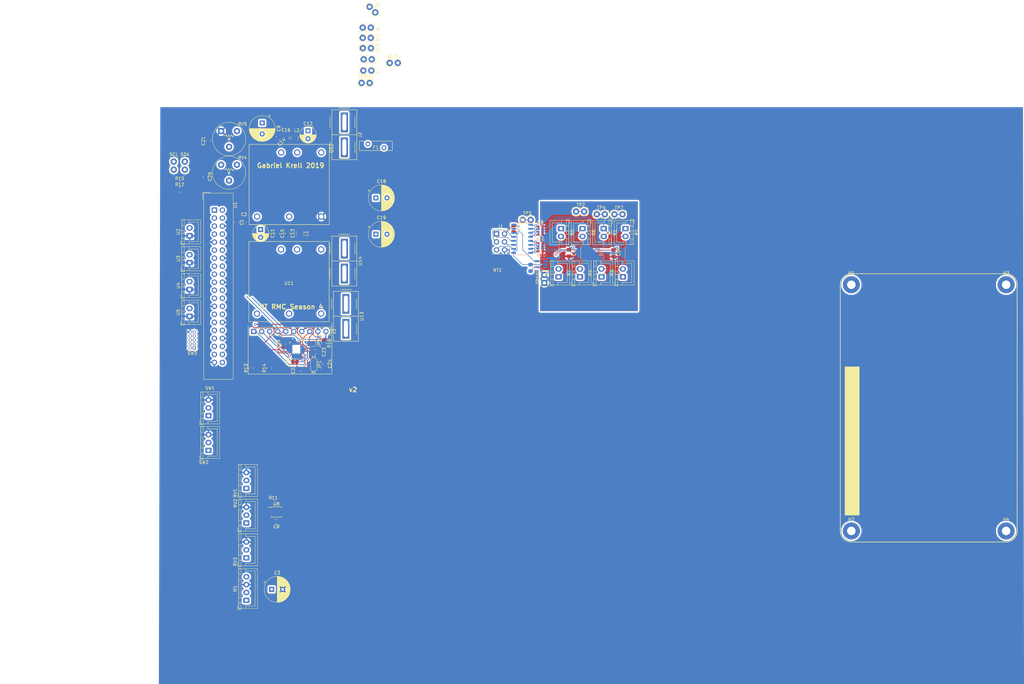
<source format=kicad_pcb>
(kicad_pcb (version 20171130) (host pcbnew 5.0.2+dfsg1-1)
  (layers (0 F.Cu signal) (31 B.Cu signal) (34 B.Paste user hide) (35 F.Paste user hide) (36 B.SilkS user) (37 F.SilkS user) (38 B.Mask user hide) (39 F.Mask user hide) (44 Edge.Cuts user))
  (net 0 "")
  (net 1 +12V)
  (net 2 GNDPWR)
  (net 3 +BATT)
  (net 4 GND)
  (net 5 GNDA)
  (net 6 +3V3)
  (net 7 +5V)
  (net 8 /IMU/INT)
  (net 9 /M1-)
  (net 10 /SCL)
  (net 11 /SDA)
  (net 12 +1.65V)
  (net 13 /M1+)
  (net 14 "Net-(C20-Pad1)")
  (net 15 "Net-(C23-Pad1)")
  (net 16 "Net-(C21-Pad1)")
  (net 17 "Net-(R11-Pad2)")
  (net 18 GNDREF)
  (net 19 +3.3VADC)
  (net 20 /M5-)
  (net 21 /M5+)
  (net 22 /M6+)
  (net 23 /M6-)
  (net 24 /M7-)
  (net 25 /M7+)
  (net 26 /M8+)
  (net 27 /M8-)
  (net 28 /M4-)
  (net 29 /M4+)
  (net 30 /M3+)
  (net 31 /M3-)
  (net 32 /M2-)
  (net 33 /M2+)
  (net 34 "Net-(RV3-Pad2)")
  (net 35 "Net-(M1-Pad4)")
  (net 36 /SS)
  (net 37 /MOSI)
  (net 38 /MISO)
  (net 39 /SCLK)
  (net 40 /ENC_B)
  (net 41 /ENC_A)
  (net 42 "Net-(M1-Pad1)")
  (net 43 "Net-(U1-Pad37)")
  (net 44 "Net-(U1-Pad36)")
  (net 45 "Net-(U1-Pad35)")
  (net 46 "Net-(U1-Pad33)")
  (net 47 "Net-(U1-Pad31)")
  (net 48 "Net-(U1-Pad29)")
  (net 49 "Net-(U1-Pad28)")
  (net 50 "Net-(U1-Pad26)")
  (net 51 "Net-(U1-Pad22)")
  (net 52 "Net-(U1-Pad18)")
  (net 53 "Net-(U1-Pad16)")
  (net 54 "Net-(U1-Pad15)")
  (net 55 "Net-(U1-Pad12)")
  (net 56 "Net-(U1-Pad10)")
  (net 57 "Net-(U1-Pad7)")
  (net 58 "Net-(TP1-Pad1)")
  (net 59 "Net-(R9-Pad1)")
  (net 60 "Net-(C6-Pad1)")
  (net 61 /IMU/CLKIN)
  (net 62 /IMU/AUX_SDA)
  (net 63 /IMU/AUX_SCL)
  (net 64 /IMU/ADO)
  (net 65 /IMU/FSYNC)
  (net 66 "Net-(C25-Pad1)")
  (net 67 "Net-(C7-Pad4)")
  (net 68 "Net-(C7-Pad3)")
  (net 69 "Net-(C7-Pad1)")
  (net 70 "Net-(C7-Pad2)")
  (net 71 "Net-(R10-Pad4)")
  (net 72 "Net-(R10-Pad2)")
  (net 73 "Net-(R10-Pad3)")
  (net 74 "Net-(R10-Pad1)")
  (net 75 "Net-(R9-Pad3)")
  (net 76 "Net-(R9-Pad2)")
  (net 77 "Net-(R9-Pad4)")
  (net 78 "Net-(C6-Pad2)")
  (net 79 "Net-(C6-Pad3)")
  (net 80 "Net-(C6-Pad4)")
  (net 81 "Net-(U7-Pad11)")
  (net 82 "Net-(U7-Pad10)")
  (net 83 "Net-(U6-Pad10)")
  (net 84 "Net-(U6-Pad11)")
  (net 85 "Net-(RV2-Pad2)")
  (net 86 "Net-(RV1-Pad2)")
  (net 87 "Net-(SW3-Pad9)")
  (net 88 "Net-(SW3-Pad8)")
  (net 89 "Net-(SW3-Pad6)")
  (net 90 "Net-(SW3-Pad4)")
  (net 91 "Net-(SW3-Pad3)")
  (net 92 "Net-(SW3-Pad1)")
  (net 93 "Net-(SW2-Pad2)")
  (net 94 "Net-(SW1-Pad2)")
  (net 95 "Net-(C12-Pad1)")
  (net 96 "Net-(C11-Pad1)")
  (net 97 "Net-(F1-Pad1)")
  (module 2019Spacehawks:Fuse_Littelfuse_16R600G (layer F.Cu) (at 82 25)
    (fp_text reference F1 (at 0 0.5) (layer F.SilkS))
    (fp_text value 6A)
    (pad 1 thru_hole circle (at -2.55 -0.6) (size 1.524 1.524) (drill 0.83) (layers *.Cu *.Mask) (net 97 "Net-(F1-Pad1)"))
    (pad 2 thru_hole circle (at 2.55 0.6) (size 1.524 1.524) (drill 0.83) (layers *.Cu *.Mask) (net 3 +BATT))
  )
  (module MountingHole:MountingHole_2.7mm_M2.5_Pad (layer F.Cu) (at 281.5 147)
    (fp_text reference H4 (at 0 -3.7) (layer F.SilkS))
    (fp_text value MountingHole)
    (pad 1 thru_hole circle (at 0 0) (size 5.4 5.4) (drill 2.7) (layers *.Cu *.Mask))
  )
  (module MountingHole:MountingHole_2.7mm_M2.5_Pad (layer F.Cu) (at 281.5 69)
    (fp_text reference H3 (at 0 -3.7) (layer F.SilkS))
    (fp_text value MountingHole)
    (pad 1 thru_hole circle (at 0 0) (size 5.4 5.4) (drill 2.7) (layers *.Cu *.Mask))
  )
  (module MountingHole:MountingHole_2.7mm_M2.5_Pad (layer F.Cu) (at 232.5 147)
    (fp_text reference H2 (at 0 -3.7) (layer F.SilkS))
    (fp_text value MountingHole)
    (pad 1 thru_hole circle (at 0 0) (size 5.4 5.4) (drill 2.7) (layers *.Cu *.Mask))
  )
  (module MountingHole:MountingHole_2.7mm_M2.5_Pad (layer F.Cu) (at 232.5 69)
    (fp_text reference H1 (at 0 -3.7) (layer F.SilkS))
    (fp_text value MountingHole)
    (pad 1 thru_hole circle (at 0 0) (size 5.4 5.4) (drill 2.7) (layers *.Cu *.Mask))
  )
  (module Package_SO:TSSOP-20_4.4x6.5mm_P0.65mm (layer B.Cu) (at 143.408446 58.848748 270)
    (fp_text reference U7 (at 0 4.3 270) (layer B.SilkS) (effects (justify mirror)))
    (fp_text value INA4181)
    (pad 1 smd rect (at -2.95 2.925 270) (size 1.45 0.45) (layers B.Cu B.Paste B.Mask) (net 12 +1.65V))
    (pad 2 smd rect (at -2.95 2.275 270) (size 1.45 0.45) (layers B.Cu B.Paste B.Mask) (net 74 "Net-(R10-Pad1)"))
    (pad 3 smd rect (at -2.95 1.625 270) (size 1.45 0.45) (layers B.Cu B.Paste B.Mask) (net 20 /M5-))
    (pad 4 smd rect (at -2.95 0.975 270) (size 1.45 0.45) (layers B.Cu B.Paste B.Mask) (net 21 /M5+))
    (pad 5 smd rect (at -2.95 0.325 270) (size 1.45 0.45) (layers B.Cu B.Paste B.Mask) (net 19 +3.3VADC))
    (pad 6 smd rect (at -2.95 -0.325 270) (size 1.45 0.45) (layers B.Cu B.Paste B.Mask) (net 22 /M6+))
    (pad 7 smd rect (at -2.95 -0.975 270) (size 1.45 0.45) (layers B.Cu B.Paste B.Mask) (net 23 /M6-))
    (pad 8 smd rect (at -2.95 -1.625 270) (size 1.45 0.45) (layers B.Cu B.Paste B.Mask) (net 72 "Net-(R10-Pad2)"))
    (pad 9 smd rect (at -2.95 -2.275 270) (size 1.45 0.45) (layers B.Cu B.Paste B.Mask) (net 12 +1.65V))
    (pad 10 smd rect (at -2.95 -2.925 270) (size 1.45 0.45) (layers B.Cu B.Paste B.Mask) (net 82 "Net-(U7-Pad10)"))
    (pad 11 smd rect (at 2.95 -2.925 270) (size 1.45 0.45) (layers B.Cu B.Paste B.Mask) (net 81 "Net-(U7-Pad11)"))
    (pad 12 smd rect (at 2.95 -2.275 270) (size 1.45 0.45) (layers B.Cu B.Paste B.Mask) (net 12 +1.65V))
    (pad 13 smd rect (at 2.95 -1.625 270) (size 1.45 0.45) (layers B.Cu B.Paste B.Mask) (net 73 "Net-(R10-Pad3)"))
    (pad 14 smd rect (at 2.95 -0.975 270) (size 1.45 0.45) (layers B.Cu B.Paste B.Mask) (net 24 /M7-))
    (pad 15 smd rect (at 2.95 -0.325 270) (size 1.45 0.45) (layers B.Cu B.Paste B.Mask) (net 25 /M7+))
    (pad 16 smd rect (at 2.95 0.325 270) (size 1.45 0.45) (layers B.Cu B.Paste B.Mask) (net 18 GNDREF))
    (pad 17 smd rect (at 2.95 0.975 270) (size 1.45 0.45) (layers B.Cu B.Paste B.Mask) (net 26 /M8+))
    (pad 18 smd rect (at 2.95 1.625 270) (size 1.45 0.45) (layers B.Cu B.Paste B.Mask) (net 27 /M8-))
    (pad 19 smd rect (at 2.95 2.275 270) (size 1.45 0.45) (layers B.Cu B.Paste B.Mask) (net 71 "Net-(R10-Pad4)"))
    (pad 20 smd rect (at 2.95 2.925 270) (size 1.45 0.45) (layers B.Cu B.Paste B.Mask) (net 12 +1.65V))
  )
  (module Connector_JST:JST_XH_B2B-XH-A_1x02_P2.50mm_Vertical (layer F.Cu) (at 139.8 66.5 90)
    (fp_text reference R8 (at 1.25 -3.55 90) (layer F.SilkS))
    (fp_text value .25m)
    (pad 2 thru_hole oval (at 2.5 0 90) (size 1.7 2) (drill 1) (layers *.Cu *.Mask) (net 27 /M8-))
    (pad 1 thru_hole roundrect (at 0 0 90) (size 1.7 2) (drill 1) (layers *.Cu *.Mask) (roundrect_rratio 0.147059) (net 26 /M8+))
  )
  (module Resistor_SMD:R_0805_2012Metric_Pad1.15x1.40mm_HandSolder (layer F.Cu) (at 19.875001 38.925001)
    (fp_text reference R12 (at 0 -1.65) (layer F.SilkS))
    (fp_text value 10K)
    (pad 2 smd roundrect (at 1.025 0) (size 1.15 1.4) (layers F.Cu F.Paste F.Mask) (roundrect_rratio 0.217391) (net 6 +3V3))
    (pad 1 smd roundrect (at -1.025 0) (size 1.15 1.4) (layers F.Cu F.Paste F.Mask) (roundrect_rratio 0.217391) (net 10 /SCL))
  )
  (module Resistor_SMD:R_0805_2012Metric_Pad1.15x1.40mm_HandSolder (layer F.Cu) (at 19.875001 36.975001)
    (fp_text reference R15 (at 0 -1.65) (layer F.SilkS))
    (fp_text value 10K)
    (pad 1 smd roundrect (at -1.025 0) (size 1.15 1.4) (layers F.Cu F.Paste F.Mask) (roundrect_rratio 0.217391) (net 11 /SDA))
    (pad 2 smd roundrect (at 1.025 0) (size 1.15 1.4) (layers F.Cu F.Paste F.Mask) (roundrect_rratio 0.217391) (net 6 +3V3))
  )
  (module Package_SO:SOIC-16_3.9x9.9mm_P1.27mm (layer B.Cu) (at 128.308446 54.448748 180)
    (fp_text reference U9 (at 0 6 180) (layer B.SilkS) (effects (justify mirror)))
    (fp_text value MCP3008)
    (pad 16 smd rect (at 2.7 4.445 180) (size 1.5 0.6) (layers B.Cu B.Paste B.Mask) (net 6 +3V3))
    (pad 15 smd rect (at 2.7 3.175 180) (size 1.5 0.6) (layers B.Cu B.Paste B.Mask) (net 19 +3.3VADC))
    (pad 14 smd rect (at 2.7 1.905 180) (size 1.5 0.6) (layers B.Cu B.Paste B.Mask) (net 18 GNDREF))
    (pad 13 smd rect (at 2.7 0.635 180) (size 1.5 0.6) (layers B.Cu B.Paste B.Mask) (net 39 /SCLK))
    (pad 12 smd rect (at 2.7 -0.635 180) (size 1.5 0.6) (layers B.Cu B.Paste B.Mask) (net 38 /MISO))
    (pad 11 smd rect (at 2.7 -1.905 180) (size 1.5 0.6) (layers B.Cu B.Paste B.Mask) (net 37 /MOSI))
    (pad 10 smd rect (at 2.7 -3.175 180) (size 1.5 0.6) (layers B.Cu B.Paste B.Mask) (net 36 /SS))
    (pad 9 smd rect (at 2.7 -4.445 180) (size 1.5 0.6) (layers B.Cu B.Paste B.Mask) (net 18 GNDREF))
    (pad 8 smd rect (at -2.7 -4.445 180) (size 1.5 0.6) (layers B.Cu B.Paste B.Mask) (net 67 "Net-(C7-Pad4)"))
    (pad 7 smd rect (at -2.7 -3.175 180) (size 1.5 0.6) (layers B.Cu B.Paste B.Mask) (net 68 "Net-(C7-Pad3)"))
    (pad 6 smd rect (at -2.7 -1.905 180) (size 1.5 0.6) (layers B.Cu B.Paste B.Mask) (net 70 "Net-(C7-Pad2)"))
    (pad 5 smd rect (at -2.7 -0.635 180) (size 1.5 0.6) (layers B.Cu B.Paste B.Mask) (net 69 "Net-(C7-Pad1)"))
    (pad 4 smd rect (at -2.7 0.635 180) (size 1.5 0.6) (layers B.Cu B.Paste B.Mask) (net 80 "Net-(C6-Pad4)"))
    (pad 3 smd rect (at -2.7 1.905 180) (size 1.5 0.6) (layers B.Cu B.Paste B.Mask) (net 79 "Net-(C6-Pad3)"))
    (pad 2 smd rect (at -2.7 3.175 180) (size 1.5 0.6) (layers B.Cu B.Paste B.Mask) (net 78 "Net-(C6-Pad2)"))
    (pad 1 smd rect (at -2.7 4.445 180) (size 1.5 0.6) (layers B.Cu B.Paste B.Mask) (net 60 "Net-(C6-Pad1)"))
  )
  (module 2019Spacehawks:C_Array_Convex_4x0612 (layer F.Cu) (at 134.108446 57.148748)
    (fp_text reference C7 (at 0 -2.8) (layer F.SilkS))
    (fp_text value 10n)
    (pad 1 smd rect (at -0.7 -1.27) (size 0.7 0.64) (layers F.Cu F.Paste F.Mask) (net 69 "Net-(C7-Pad1)"))
    (pad 3 smd rect (at -0.7 0.4) (size 0.7 0.5) (layers F.Cu F.Paste F.Mask) (net 68 "Net-(C7-Pad3)"))
    (pad 2 smd rect (at -0.7 -0.4) (size 0.7 0.5) (layers F.Cu F.Paste F.Mask) (net 70 "Net-(C7-Pad2)"))
    (pad 4 smd rect (at -0.7 1.27) (size 0.7 0.64) (layers F.Cu F.Paste F.Mask) (net 67 "Net-(C7-Pad4)"))
    (pad 7 smd rect (at 0.7 -0.4) (size 0.7 0.5) (layers F.Cu F.Paste F.Mask) (net 18 GNDREF))
    (pad 8 smd rect (at 0.7 -1.27) (size 0.7 0.64) (layers F.Cu F.Paste F.Mask) (net 18 GNDREF))
    (pad 6 smd rect (at 0.7 0.4) (size 0.7 0.5) (layers F.Cu F.Paste F.Mask) (net 18 GNDREF))
    (pad 5 smd rect (at 0.7 1.27) (size 0.7 0.64) (layers F.Cu F.Paste F.Mask) (net 18 GNDREF))
  )
  (module 2019Spacehawks:C_Array_Convex_4x0612 (layer F.Cu) (at 134.108446 51.848748)
    (fp_text reference C6 (at 0 -2.8 -180) (layer F.SilkS))
    (fp_text value 10n)
    (pad 5 smd rect (at 0.7 1.27) (size 0.7 0.64) (layers F.Cu F.Paste F.Mask) (net 18 GNDREF))
    (pad 6 smd rect (at 0.7 0.4) (size 0.7 0.5) (layers F.Cu F.Paste F.Mask) (net 18 GNDREF))
    (pad 8 smd rect (at 0.7 -1.27) (size 0.7 0.64) (layers F.Cu F.Paste F.Mask) (net 18 GNDREF))
    (pad 7 smd rect (at 0.7 -0.4) (size 0.7 0.5) (layers F.Cu F.Paste F.Mask) (net 18 GNDREF))
    (pad 4 smd rect (at -0.7 1.27) (size 0.7 0.64) (layers F.Cu F.Paste F.Mask) (net 80 "Net-(C6-Pad4)"))
    (pad 2 smd rect (at -0.7 -0.4) (size 0.7 0.5) (layers F.Cu F.Paste F.Mask) (net 78 "Net-(C6-Pad2)"))
    (pad 3 smd rect (at -0.7 0.4) (size 0.7 0.5) (layers F.Cu F.Paste F.Mask) (net 79 "Net-(C6-Pad3)"))
    (pad 1 smd rect (at -0.7 -1.27) (size 0.7 0.64) (layers F.Cu F.Paste F.Mask) (net 60 "Net-(C6-Pad1)"))
  )
  (module Package_TO_SOT_SMD:SOT-23-5_HandSoldering (layer B.Cu) (at 134.35 62.5 180)
    (fp_text reference U10 (at 0 2.9 180) (layer B.SilkS) (effects (justify mirror)))
    (fp_text value REF2033)
    (pad 5 smd rect (at 1.35 0.95 180) (size 1.56 0.65) (layers B.Cu B.Paste B.Mask) (net 19 +3.3VADC))
    (pad 4 smd rect (at 1.35 -0.95 180) (size 1.56 0.65) (layers B.Cu B.Paste B.Mask) (net 7 +5V))
    (pad 3 smd rect (at -1.35 -0.95 180) (size 1.56 0.65) (layers B.Cu B.Paste B.Mask) (net 7 +5V))
    (pad 2 smd rect (at -1.35 0 180) (size 1.56 0.65) (layers B.Cu B.Paste B.Mask) (net 18 GNDREF))
    (pad 1 smd rect (at -1.35 0.95 180) (size 1.56 0.65) (layers B.Cu B.Paste B.Mask) (net 12 +1.65V))
  )
  (module Connector_JST:JST_XH_B2B-XH-A_1x02_P2.50mm_Vertical (layer F.Cu) (at 146.6 66.5 90)
    (fp_text reference R7 (at 1.25 -3.55 90) (layer F.SilkS))
    (fp_text value .25m)
    (pad 1 thru_hole roundrect (at 0 0 90) (size 1.7 2) (drill 1) (layers *.Cu *.Mask) (roundrect_rratio 0.147059) (net 25 /M7+))
    (pad 2 thru_hole oval (at 2.5 0 90) (size 1.7 2) (drill 1) (layers *.Cu *.Mask) (net 24 /M7-))
  )
  (module Resistor_SMD:R_Array_Convex_4x0402 (layer B.Cu) (at 134.008446 51.848748 180)
    (fp_text reference R9 (at 0 2.1) (layer B.SilkS) (effects (justify mirror)))
    (fp_text value 100k)
    (pad 1 smd rect (at -0.5 0.75 180) (size 0.5 0.4) (layers B.Cu B.Paste B.Mask) (net 59 "Net-(R9-Pad1)"))
    (pad 3 smd rect (at -0.5 -0.25 180) (size 0.5 0.3) (layers B.Cu B.Paste B.Mask) (net 75 "Net-(R9-Pad3)"))
    (pad 2 smd rect (at -0.5 0.25 180) (size 0.5 0.3) (layers B.Cu B.Paste B.Mask) (net 76 "Net-(R9-Pad2)"))
    (pad 4 smd rect (at -0.5 -0.75 180) (size 0.5 0.4) (layers B.Cu B.Paste B.Mask) (net 77 "Net-(R9-Pad4)"))
    (pad 7 smd rect (at 0.5 0.25 180) (size 0.5 0.3) (layers B.Cu B.Paste B.Mask) (net 78 "Net-(C6-Pad2)"))
    (pad 8 smd rect (at 0.5 0.75 180) (size 0.5 0.4) (layers B.Cu B.Paste B.Mask) (net 60 "Net-(C6-Pad1)"))
    (pad 6 smd rect (at 0.5 -0.25 180) (size 0.5 0.3) (layers B.Cu B.Paste B.Mask) (net 79 "Net-(C6-Pad3)"))
    (pad 5 smd rect (at 0.5 -0.75 180) (size 0.5 0.4) (layers B.Cu B.Paste B.Mask) (net 80 "Net-(C6-Pad4)"))
  )
  (module Resistor_SMD:R_Array_Convex_4x0402 (layer B.Cu) (at 134.008446 56.948748 180)
    (fp_text reference R10 (at 0 2.1 180) (layer B.SilkS) (effects (justify mirror)))
    (fp_text value 100k)
    (pad 1 smd rect (at -0.5 0.75 180) (size 0.5 0.4) (layers B.Cu B.Paste B.Mask) (net 74 "Net-(R10-Pad1)"))
    (pad 3 smd rect (at -0.5 -0.25 180) (size 0.5 0.3) (layers B.Cu B.Paste B.Mask) (net 73 "Net-(R10-Pad3)"))
    (pad 2 smd rect (at -0.5 0.25 180) (size 0.5 0.3) (layers B.Cu B.Paste B.Mask) (net 72 "Net-(R10-Pad2)"))
    (pad 4 smd rect (at -0.5 -0.75 180) (size 0.5 0.4) (layers B.Cu B.Paste B.Mask) (net 71 "Net-(R10-Pad4)"))
    (pad 7 smd rect (at 0.5 0.25 180) (size 0.5 0.3) (layers B.Cu B.Paste B.Mask) (net 70 "Net-(C7-Pad2)"))
    (pad 8 smd rect (at 0.5 0.75 180) (size 0.5 0.4) (layers B.Cu B.Paste B.Mask) (net 69 "Net-(C7-Pad1)"))
    (pad 6 smd rect (at 0.5 -0.25 180) (size 0.5 0.3) (layers B.Cu B.Paste B.Mask) (net 68 "Net-(C7-Pad3)"))
    (pad 5 smd rect (at 0.5 -0.75 180) (size 0.5 0.4) (layers B.Cu B.Paste B.Mask) (net 67 "Net-(C7-Pad4)"))
  )
  (module Connector_JST:JST_XH_B2B-XH-A_1x02_P2.50mm_Vertical (layer F.Cu) (at 23 62 90)
    (fp_text reference U3 (at 1.25 -3.55 270) (layer F.SilkS))
    (fp_text value Sabertooth2x60)
    (pad 2 thru_hole oval (at 2.5 0 90) (size 1.7 2) (drill 1) (layers *.Cu *.Mask) (net 58 "Net-(TP1-Pad1)"))
    (pad 1 thru_hole roundrect (at 0 0 90) (size 1.7 2) (drill 1) (layers *.Cu *.Mask) (roundrect_rratio 0.147059) (net 4 GND))
  )
  (module 2019Spacehawks:PDQXX-D_DC-DC_converter (layer F.Cu) (at 54.5 68)
    (fp_text reference U11 (at 0 0.5) (layer F.SilkS))
    (fp_text value PDQ15-Q24-S12-D)
    (pad 1 thru_hole circle (at -2.54 -10.16) (size 2 2) (drill 1.3) (layers *.Cu *.Mask) (net 96 "Net-(C11-Pad1)"))
    (pad 2 thru_hole circle (at 2.54 -10.16) (size 2 2) (drill 1.3) (layers *.Cu *.Mask) (net 2 GNDPWR))
    (pad 6 thru_hole circle (at 10.16 -10.16) (size 2 2) (drill 1.3) (layers *.Cu *.Mask))
    (pad 3 thru_hole circle (at -10.16 10.16) (size 2 2) (drill 1.3) (layers *.Cu *.Mask) (net 1 +12V))
    (pad 4 thru_hole circle (at 0 10.16) (size 2 2) (drill 1.3) (layers *.Cu *.Mask) (net 14 "Net-(C20-Pad1)"))
    (pad 5 thru_hole circle (at 10.16 10.16) (size 2 2) (drill 1.3) (layers *.Cu *.Mask) (net 5 GNDA))
  )
  (module 2019Spacehawks:PDQXX-D_DC-DC_converter (layer F.Cu) (at 54.55 37.25)
    (fp_text reference U12 (at 13.45 -11.5 90) (layer F.SilkS))
    (fp_text value PDQ30-Q24-S5-D)
    (pad 1 thru_hole circle (at -2.54 -10.16) (size 2 2) (drill 1.3) (layers *.Cu *.Mask) (net 95 "Net-(C12-Pad1)"))
    (pad 2 thru_hole circle (at 2.54 -10.16) (size 2 2) (drill 1.3) (layers *.Cu *.Mask) (net 2 GNDPWR))
    (pad 6 thru_hole circle (at 10.16 -10.16) (size 2 2) (drill 1.3) (layers *.Cu *.Mask))
    (pad 3 thru_hole circle (at -10.16 10.16) (size 2 2) (drill 1.3) (layers *.Cu *.Mask) (net 7 +5V))
    (pad 4 thru_hole circle (at 0 10.16) (size 2 2) (drill 1.3) (layers *.Cu *.Mask) (net 16 "Net-(C21-Pad1)"))
    (pad 5 thru_hole circle (at 10.16 10.16) (size 2 2) (drill 1.3) (layers *.Cu *.Mask) (net 4 GND))
  )
  (module Connector_JST:JST_XH_B2B-XH-A_1x02_P2.50mm_Vertical (layer F.Cu) (at 23 53.5 90)
    (fp_text reference U2 (at 1.25 -3.55 270) (layer F.SilkS))
    (fp_text value Sabertooth2x60)
    (pad 1 thru_hole roundrect (at 0 0 90) (size 1.7 2) (drill 1) (layers *.Cu *.Mask) (roundrect_rratio 0.147059) (net 4 GND))
    (pad 2 thru_hole oval (at 2.5 0 90) (size 1.7 2) (drill 1) (layers *.Cu *.Mask) (net 58 "Net-(TP1-Pad1)"))
  )
  (module Sensor_Motion:InvenSense_QFN-24_4x4mm_P0.5mm (layer F.Cu) (at 56.85 89.35 90)
    (fp_text reference U15 (at 3.3 1.95) (layer F.SilkS))
    (fp_text value MPU-6050)
    (pad 1 smd roundrect (at -1.95 -1.25 90) (size 0.85 0.3) (layers F.Cu F.Paste F.Mask) (net 61 /IMU/CLKIN))
    (pad 2 smd roundrect (at -1.95 -0.75 90) (size 0.85 0.3) (layers F.Cu F.Paste F.Mask))
    (pad 3 smd roundrect (at -1.95 -0.25 90) (size 0.85 0.3) (layers F.Cu F.Paste F.Mask))
    (pad 4 smd roundrect (at -1.95 0.25 90) (size 0.85 0.3) (layers F.Cu F.Paste F.Mask))
    (pad 5 smd roundrect (at -1.95 0.75 90) (size 0.85 0.3) (layers F.Cu F.Paste F.Mask))
    (pad 6 smd roundrect (at -1.95 1.25 90) (size 0.85 0.3) (layers F.Cu F.Paste F.Mask) (net 62 /IMU/AUX_SDA))
    (pad 7 smd roundrect (at -1.25 1.95 180) (size 0.85 0.3) (layers F.Cu F.Paste F.Mask) (net 63 /IMU/AUX_SCL))
    (pad 8 smd roundrect (at -0.75 1.95 180) (size 0.85 0.3) (layers F.Cu F.Paste F.Mask) (net 6 +3V3))
    (pad 9 smd roundrect (at -0.25 1.95 180) (size 0.85 0.3) (layers F.Cu F.Paste F.Mask) (net 64 /IMU/ADO))
    (pad 10 smd roundrect (at 0.25 1.95 180) (size 0.85 0.3) (layers F.Cu F.Paste F.Mask) (net 15 "Net-(C23-Pad1)"))
    (pad 11 smd roundrect (at 0.75 1.95 180) (size 0.85 0.3) (layers F.Cu F.Paste F.Mask) (net 65 /IMU/FSYNC))
    (pad 12 smd roundrect (at 1.25 1.95 180) (size 0.85 0.3) (layers F.Cu F.Paste F.Mask) (net 8 /IMU/INT))
    (pad 13 smd roundrect (at 1.95 1.25 90) (size 0.85 0.3) (layers F.Cu F.Paste F.Mask) (net 6 +3V3))
    (pad 14 smd roundrect (at 1.95 0.75 90) (size 0.85 0.3) (layers F.Cu F.Paste F.Mask))
    (pad 15 smd roundrect (at 1.95 0.25 90) (size 0.85 0.3) (layers F.Cu F.Paste F.Mask))
    (pad 16 smd roundrect (at 1.95 -0.25 90) (size 0.85 0.3) (layers F.Cu F.Paste F.Mask))
    (pad 17 smd roundrect (at 1.95 -0.75 90) (size 0.85 0.3) (layers F.Cu F.Paste F.Mask))
    (pad 18 smd roundrect (at 1.95 -1.25 90) (size 0.85 0.3) (layers F.Cu F.Paste F.Mask) (net 4 GND))
    (pad 19 smd roundrect (at 1.25 -1.95 180) (size 0.85 0.3) (layers F.Cu F.Paste F.Mask))
    (pad 20 smd roundrect (at 0.75 -1.95 180) (size 0.85 0.3) (layers F.Cu F.Paste F.Mask) (net 66 "Net-(C25-Pad1)"))
    (pad 21 smd roundrect (at 0.25 -1.95 180) (size 0.85 0.3) (layers F.Cu F.Paste F.Mask))
    (pad 22 smd roundrect (at -0.25 -1.95 180) (size 0.85 0.3) (layers F.Cu F.Paste F.Mask))
    (pad 23 smd roundrect (at -0.75 -1.95 180) (size 0.85 0.3) (layers F.Cu F.Paste F.Mask) (net 10 /SCL))
    (pad 24 smd roundrect (at -1.25 -1.95 180) (size 0.85 0.3) (layers F.Cu F.Paste F.Mask) (net 11 /SDA))
  )
  (module 2019Spacehawks:Powerpole_45A_Vert_01x02 (layer F.Cu) (at 72 21.5 270)
    (fp_text reference J2 (at 0 -5 270) (layer F.SilkS))
    (fp_text value Conn_01x02 hide)
    (pad 2 thru_hole rect (at 3.95 0 270) (size 6.25 2.25) (drill oval 5.23 1.27) (layers *.Cu *.Mask) (net 2 GNDPWR))
    (pad 1 thru_hole rect (at -3.95 0 270) (size 6.25 2.25) (drill oval 5.23 1.27) (layers *.Cu *.Mask) (net 97 "Net-(F1-Pad1)"))
  )
  (module 2019Spacehawks:Potentiometer_Bourns_3306F (layer F.Cu) (at 33 31 270)
    (fp_text reference RV4 (at -2.25 -6.75) (layer F.SilkS))
    (fp_text value 10K)
    (pad 1 thru_hole circle (at 0 0 270) (size 2 2) (drill 1) (layers *.Cu *.Mask) (net 5 GNDA))
    (pad 2 thru_hole circle (at 5 -2.5 270) (size 2 2) (drill 1) (layers *.Cu *.Mask) (net 14 "Net-(C20-Pad1)"))
    (pad 3 thru_hole circle (at 0 -5 270) (size 2 2) (drill 1) (layers *.Cu *.Mask) (net 1 +12V))
  )
  (module 2019Spacehawks:Potentiometer_Bourns_3306F (layer F.Cu) (at 33.02 20.32 270)
    (fp_text reference RV5 (at -2.25 -6.75) (layer F.SilkS))
    (fp_text value 10K)
    (pad 3 thru_hole circle (at 0 -5 270) (size 2 2) (drill 1) (layers *.Cu *.Mask) (net 7 +5V))
    (pad 2 thru_hole circle (at 5 -2.5 270) (size 2 2) (drill 1) (layers *.Cu *.Mask) (net 16 "Net-(C21-Pad1)"))
    (pad 1 thru_hole circle (at 0 0 270) (size 2 2) (drill 1) (layers *.Cu *.Mask) (net 4 GND))
  )
  (module Connector_PinHeader_1.27mm:PinHeader_2x05_P1.27mm_Vertical (layer F.Cu) (at 24.5 89 180)
    (fp_text reference SW3 (at 0.635 -1.695 180) (layer F.SilkS))
    (fp_text value SRX_Encoder)
    (pad 10 thru_hole oval (at 1.27 5.08 180) (size 1 1) (drill 0.65) (layers *.Cu *.Mask) (net 4 GND))
    (pad 9 thru_hole oval (at 0 5.08 180) (size 1 1) (drill 0.65) (layers *.Cu *.Mask) (net 87 "Net-(SW3-Pad9)"))
    (pad 8 thru_hole oval (at 1.27 3.81 180) (size 1 1) (drill 0.65) (layers *.Cu *.Mask) (net 88 "Net-(SW3-Pad8)"))
    (pad 7 thru_hole oval (at 0 3.81 180) (size 1 1) (drill 0.65) (layers *.Cu *.Mask) (net 41 /ENC_A))
    (pad 6 thru_hole oval (at 1.27 2.54 180) (size 1 1) (drill 0.65) (layers *.Cu *.Mask) (net 89 "Net-(SW3-Pad6)"))
    (pad 5 thru_hole oval (at 0 2.54 180) (size 1 1) (drill 0.65) (layers *.Cu *.Mask) (net 40 /ENC_B))
    (pad 4 thru_hole oval (at 1.27 1.27 180) (size 1 1) (drill 0.65) (layers *.Cu *.Mask) (net 90 "Net-(SW3-Pad4)"))
    (pad 3 thru_hole oval (at 0 1.27 180) (size 1 1) (drill 0.65) (layers *.Cu *.Mask) (net 91 "Net-(SW3-Pad3)"))
    (pad 2 thru_hole oval (at 1.27 0 180) (size 1 1) (drill 0.65) (layers *.Cu *.Mask) (net 7 +5V))
    (pad 1 thru_hole rect (at 0 0 180) (size 1 1) (drill 0.65) (layers *.Cu *.Mask) (net 92 "Net-(SW3-Pad1)"))
  )
  (module 2019Spacehawks:Powerpole_45A_Vert_01x02 (layer F.Cu) (at 72 61.5 270)
    (fp_text reference U14 (at 0 -5 270) (layer F.SilkS))
    (fp_text value Hokuyo_UST-10LX hide)
    (pad 1 thru_hole rect (at -3.95 0 270) (size 6.25 2.25) (drill oval 5.23 1.27) (layers *.Cu *.Mask) (net 1 +12V))
    (pad 2 thru_hole rect (at 3.95 0 270) (size 6.25 2.25) (drill oval 5.23 1.27) (layers *.Cu *.Mask) (net 5 GNDA))
  )
  (module 2019Spacehawks:Powerpole_45A_Vert_01x02 (layer F.Cu) (at 72.5 79 270)
    (fp_text reference U13 (at 0 -5 270) (layer F.SilkS))
    (fp_text value Hokuyo_UST-10LX hide)
    (pad 2 thru_hole rect (at 3.95 0 270) (size 6.25 2.25) (drill oval 5.23 1.27) (layers *.Cu *.Mask) (net 5 GNDA))
    (pad 1 thru_hole rect (at -3.95 0 270) (size 6.25 2.25) (drill oval 5.23 1.27) (layers *.Cu *.Mask) (net 1 +12V))
  )
  (module Package_SO:TSSOP-20_4.4x6.5mm_P0.65mm (layer B.Cu) (at 157.445053 59.012768 270)
    (fp_text reference U6 (at 0 4.3 270) (layer B.SilkS) (effects (justify mirror)))
    (fp_text value INA4181)
    (pad 1 smd rect (at -2.95 2.925 270) (size 1.45 0.45) (layers B.Cu B.Paste B.Mask) (net 12 +1.65V))
    (pad 2 smd rect (at -2.95 2.275 270) (size 1.45 0.45) (layers B.Cu B.Paste B.Mask) (net 59 "Net-(R9-Pad1)"))
    (pad 3 smd rect (at -2.95 1.625 270) (size 1.45 0.45) (layers B.Cu B.Paste B.Mask) (net 9 /M1-))
    (pad 4 smd rect (at -2.95 0.975 270) (size 1.45 0.45) (layers B.Cu B.Paste B.Mask) (net 13 /M1+))
    (pad 5 smd rect (at -2.95 0.325 270) (size 1.45 0.45) (layers B.Cu B.Paste B.Mask) (net 19 +3.3VADC))
    (pad 6 smd rect (at -2.95 -0.325 270) (size 1.45 0.45) (layers B.Cu B.Paste B.Mask) (net 33 /M2+))
    (pad 7 smd rect (at -2.95 -0.975 270) (size 1.45 0.45) (layers B.Cu B.Paste B.Mask) (net 32 /M2-))
    (pad 8 smd rect (at -2.95 -1.625 270) (size 1.45 0.45) (layers B.Cu B.Paste B.Mask) (net 76 "Net-(R9-Pad2)"))
    (pad 9 smd rect (at -2.95 -2.275 270) (size 1.45 0.45) (layers B.Cu B.Paste B.Mask) (net 12 +1.65V))
    (pad 10 smd rect (at -2.95 -2.925 270) (size 1.45 0.45) (layers B.Cu B.Paste B.Mask) (net 83 "Net-(U6-Pad10)"))
    (pad 11 smd rect (at 2.95 -2.925 270) (size 1.45 0.45) (layers B.Cu B.Paste B.Mask) (net 84 "Net-(U6-Pad11)"))
    (pad 12 smd rect (at 2.95 -2.275 270) (size 1.45 0.45) (layers B.Cu B.Paste B.Mask) (net 12 +1.65V))
    (pad 13 smd rect (at 2.95 -1.625 270) (size 1.45 0.45) (layers B.Cu B.Paste B.Mask) (net 75 "Net-(R9-Pad3)"))
    (pad 14 smd rect (at 2.95 -0.975 270) (size 1.45 0.45) (layers B.Cu B.Paste B.Mask) (net 31 /M3-))
    (pad 15 smd rect (at 2.95 -0.325 270) (size 1.45 0.45) (layers B.Cu B.Paste B.Mask) (net 30 /M3+))
    (pad 16 smd rect (at 2.95 0.325 270) (size 1.45 0.45) (layers B.Cu B.Paste B.Mask) (net 18 GNDREF))
    (pad 17 smd rect (at 2.95 0.975 270) (size 1.45 0.45) (layers B.Cu B.Paste B.Mask) (net 29 /M4+))
    (pad 18 smd rect (at 2.95 1.625 270) (size 1.45 0.45) (layers B.Cu B.Paste B.Mask) (net 28 /M4-))
    (pad 19 smd rect (at 2.95 2.275 270) (size 1.45 0.45) (layers B.Cu B.Paste B.Mask) (net 77 "Net-(R9-Pad4)"))
    (pad 20 smd rect (at 2.95 2.925 270) (size 1.45 0.45) (layers B.Cu B.Paste B.Mask) (net 12 +1.65V))
  )
  (module Resistor_SMD:R_0805_2012Metric_Pad1.15x1.40mm_HandSolder (layer F.Cu) (at 42.55 95.45 90)
    (fp_text reference R13 (at 0 -1.65 90) (layer F.SilkS))
    (fp_text value 10K)
    (pad 1 smd roundrect (at -1.025 0 90) (size 1.15 1.4) (layers F.Cu F.Paste F.Mask) (roundrect_rratio 0.217391) (net 6 +3V3))
    (pad 2 smd roundrect (at 1.025 0 90) (size 1.15 1.4) (layers F.Cu F.Paste F.Mask) (roundrect_rratio 0.217391) (net 10 /SCL))
  )
  (module Resistor_SMD:R_0805_2012Metric_Pad1.15x1.40mm_HandSolder (layer F.Cu) (at 48.3 95.425 90)
    (fp_text reference R14 (at 0 -1.65 90) (layer F.SilkS))
    (fp_text value 10K)
    (pad 1 smd roundrect (at -1.025 0 90) (size 1.15 1.4) (layers F.Cu F.Paste F.Mask) (roundrect_rratio 0.217391) (net 6 +3V3))
    (pad 2 smd roundrect (at 1.025 0 90) (size 1.15 1.4) (layers F.Cu F.Paste F.Mask) (roundrect_rratio 0.217391) (net 11 /SDA))
  )
  (module Package_SO:TSSOP-10_3x3mm_P0.5mm (layer F.Cu) (at 50.5 141)
    (fp_text reference U8 (at 0 -2.55) (layer F.SilkS))
    (fp_text value ADS1015IDGS)
    (pad 10 smd rect (at 2.15 -1) (size 1.1 0.25) (layers F.Cu F.Paste F.Mask) (net 10 /SCL))
    (pad 9 smd rect (at 2.15 -0.5) (size 1.1 0.25) (layers F.Cu F.Paste F.Mask) (net 11 /SDA))
    (pad 8 smd rect (at 2.15 0) (size 1.1 0.25) (layers F.Cu F.Paste F.Mask) (net 6 +3V3))
    (pad 7 smd rect (at 2.15 0.5) (size 1.1 0.25) (layers F.Cu F.Paste F.Mask) (net 35 "Net-(M1-Pad4)"))
    (pad 6 smd rect (at 2.15 1) (size 1.1 0.25) (layers F.Cu F.Paste F.Mask) (net 34 "Net-(RV3-Pad2)"))
    (pad 5 smd rect (at -2.15 1) (size 1.1 0.25) (layers F.Cu F.Paste F.Mask) (net 85 "Net-(RV2-Pad2)"))
    (pad 4 smd rect (at -2.15 0.5) (size 1.1 0.25) (layers F.Cu F.Paste F.Mask) (net 86 "Net-(RV1-Pad2)"))
    (pad 3 smd rect (at -2.15 0) (size 1.1 0.25) (layers F.Cu F.Paste F.Mask) (net 4 GND))
    (pad 2 smd rect (at -2.15 -0.5) (size 1.1 0.25) (layers F.Cu F.Paste F.Mask) (net 17 "Net-(R11-Pad2)"))
    (pad 1 smd rect (at -2.15 -1) (size 1.1 0.25) (layers F.Cu F.Paste F.Mask) (net 4 GND))
  )
  (module Capacitor_SMD:C_0805_2012Metric_Pad1.15x1.40mm_HandSolder (layer F.Cu) (at 50.75 52.775 270)
    (fp_text reference C15 (at 0 -1.65 90) (layer F.SilkS))
    (fp_text value 10n)
    (pad 2 smd roundrect (at 1.025 0 270) (size 1.15 1.4) (layers F.Cu F.Paste F.Mask) (roundrect_rratio 0.217391) (net 2 GNDPWR))
    (pad 1 smd roundrect (at -1.025 0 270) (size 1.15 1.4) (layers F.Cu F.Paste F.Mask) (roundrect_rratio 0.217391) (net 96 "Net-(C11-Pad1)"))
  )
  (module Capacitor_SMD:C_0805_2012Metric_Pad1.15x1.40mm_HandSolder (layer F.Cu) (at 62.85 90.25)
    (fp_text reference C23 (at 2.7 0.05 90) (layer F.SilkS))
    (fp_text value 0.1uF)
    (pad 1 smd roundrect (at -1.025 0) (size 1.15 1.4) (layers F.Cu F.Paste F.Mask) (roundrect_rratio 0.217391) (net 15 "Net-(C23-Pad1)"))
    (pad 2 smd roundrect (at 1.025 0) (size 1.15 1.4) (layers F.Cu F.Paste F.Mask) (roundrect_rratio 0.217391) (net 4 GND))
  )
  (module Capacitor_SMD:C_0805_2012Metric_Pad1.15x1.40mm_HandSolder (layer F.Cu) (at 58.25 95.65 180)
    (fp_text reference C22 (at 2.45 -0.15 270) (layer F.SilkS))
    (fp_text value 10nF)
    (pad 1 smd roundrect (at -1.025 0 180) (size 1.15 1.4) (layers F.Cu F.Paste F.Mask) (roundrect_rratio 0.217391) (net 6 +3V3))
    (pad 2 smd roundrect (at 1.025 0 180) (size 1.15 1.4) (layers F.Cu F.Paste F.Mask) (roundrect_rratio 0.217391) (net 4 GND))
  )
  (module Capacitor_THT:CP_Radial_D8.0mm_P3.50mm (layer F.Cu) (at 49 165.5)
    (fp_text reference C3 (at 1.75 -5.25) (layer F.SilkS))
    (fp_text value 470u)
    (pad 1 thru_hole rect (at 0 0) (size 1.6 1.6) (drill 0.8) (layers *.Cu *.Mask) (net 7 +5V))
    (pad 2 thru_hole circle (at 3.5 0) (size 1.6 1.6) (drill 0.8) (layers *.Cu *.Mask) (net 4 GND))
  )
  (module Capacitor_THT:CP_Radial_D5.0mm_P2.50mm (layer F.Cu) (at 45.5 51.5 270)
    (fp_text reference C11 (at 1.25 -3.75 90) (layer F.SilkS))
    (fp_text value 100u)
    (pad 1 thru_hole rect (at 0 0 270) (size 1.6 1.6) (drill 0.8) (layers *.Cu *.Mask) (net 96 "Net-(C11-Pad1)"))
    (pad 2 thru_hole circle (at 2.5 0 270) (size 1.6 1.6) (drill 0.8) (layers *.Cu *.Mask) (net 2 GNDPWR))
  )
  (module Connector_PinHeader_2.54mm:PinHeader_2x03_P2.54mm_Vertical (layer F.Cu) (at 120.175 52.885)
    (fp_text reference J1 (at 1.27 -2.33) (layer F.SilkS))
    (fp_text value Conn_02x03)
    (pad 6 thru_hole oval (at 2.54 5.08) (size 1.7 1.7) (drill 1) (layers *.Cu *.Mask) (net 4 GND))
    (pad 5 thru_hole oval (at 0 5.08) (size 1.7 1.7) (drill 1) (layers *.Cu *.Mask) (net 36 /SS))
    (pad 4 thru_hole oval (at 2.54 2.54) (size 1.7 1.7) (drill 1) (layers *.Cu *.Mask) (net 37 /MOSI))
    (pad 3 thru_hole oval (at 0 2.54) (size 1.7 1.7) (drill 1) (layers *.Cu *.Mask) (net 39 /SCLK))
    (pad 2 thru_hole oval (at 2.54 0) (size 1.7 1.7) (drill 1) (layers *.Cu *.Mask) (net 6 +3V3))
    (pad 1 thru_hole rect (at 0 0) (size 1.7 1.7) (drill 1) (layers *.Cu *.Mask) (net 38 /MISO))
  )
  (module Connector_JST:JST_XH_B3B-XH-A_1x03_P2.50mm_Vertical (layer F.Cu) (at 41 144.5 90)
    (fp_text reference RV2 (at 6.25 -3.5 -90) (layer F.SilkS))
    (fp_text value 10K)
    (pad 1 thru_hole roundrect (at 0 0 90) (size 1.7 1.95) (drill 0.95) (layers *.Cu *.Mask) (roundrect_rratio 0.147059) (net 6 +3V3))
    (pad 2 thru_hole oval (at 2.5 0 90) (size 1.7 1.95) (drill 0.95) (layers *.Cu *.Mask) (net 85 "Net-(RV2-Pad2)"))
    (pad 3 thru_hole oval (at 5 0 90) (size 1.7 1.95) (drill 0.95) (layers *.Cu *.Mask) (net 4 GND))
  )
  (module Connector_JST:JST_XH_B3B-XH-A_1x03_P2.50mm_Vertical (layer F.Cu) (at 41 155.5 90)
    (fp_text reference RV3 (at -1.25 -3.55 -90) (layer F.SilkS))
    (fp_text value 10K)
    (pad 3 thru_hole oval (at 5 0 90) (size 1.7 1.95) (drill 0.95) (layers *.Cu *.Mask) (net 4 GND))
    (pad 2 thru_hole oval (at 2.5 0 90) (size 1.7 1.95) (drill 0.95) (layers *.Cu *.Mask) (net 34 "Net-(RV3-Pad2)"))
    (pad 1 thru_hole roundrect (at 0 0 90) (size 1.7 1.95) (drill 0.95) (layers *.Cu *.Mask) (roundrect_rratio 0.147059) (net 6 +3V3))
  )
  (module Connector_JST:JST_XH_B2B-XH-A_1x02_P2.50mm_Vertical (layer F.Cu) (at 23 70.5 90)
    (fp_text reference U4 (at 1.25 -3.55 -90) (layer F.SilkS))
    (fp_text value Sabertooth2x60)
    (pad 1 thru_hole roundrect (at 0 0 90) (size 1.7 2) (drill 1) (layers *.Cu *.Mask) (roundrect_rratio 0.147059) (net 4 GND))
    (pad 2 thru_hole oval (at 2.5 0 90) (size 1.7 2) (drill 1) (layers *.Cu *.Mask) (net 58 "Net-(TP1-Pad1)"))
  )
  (module Connector_JST:JST_XH_B2B-XH-A_1x02_P2.50mm_Vertical (layer F.Cu) (at 23 79 90)
    (fp_text reference U5 (at 1.25 -3.55 -90) (layer F.SilkS))
    (fp_text value Sabertooth2x60)
    (pad 2 thru_hole oval (at 2.5 0 90) (size 1.7 2) (drill 1) (layers *.Cu *.Mask) (net 58 "Net-(TP1-Pad1)"))
    (pad 1 thru_hole roundrect (at 0 0 90) (size 1.7 2) (drill 1) (layers *.Cu *.Mask) (roundrect_rratio 0.147059) (net 4 GND))
  )
  (module Capacitor_THT:CP_Radial_D5.0mm_P2.50mm (layer F.Cu) (at 60.5 20.25 270)
    (fp_text reference C12 (at -2.25 0 180) (layer F.SilkS))
    (fp_text value 100u)
    (pad 1 thru_hole rect (at 0 0 270) (size 1.6 1.6) (drill 0.8) (layers *.Cu *.Mask) (net 95 "Net-(C12-Pad1)"))
    (pad 2 thru_hole circle (at 2.5 0 270) (size 1.6 1.6) (drill 0.8) (layers *.Cu *.Mask) (net 2 GNDPWR))
  )
  (module Capacitor_SMD:C_0805_2012Metric_Pad1.15x1.40mm_HandSolder (layer F.Cu) (at 54 52.75 270)
    (fp_text reference C13 (at 0 -1.65 270) (layer F.SilkS))
    (fp_text value 1u)
    (pad 1 smd roundrect (at -1.025 0 270) (size 1.15 1.4) (layers F.Cu F.Paste F.Mask) (roundrect_rratio 0.217391) (net 96 "Net-(C11-Pad1)"))
    (pad 2 smd roundrect (at 1.025 0 270) (size 1.15 1.4) (layers F.Cu F.Paste F.Mask) (roundrect_rratio 0.217391) (net 2 GNDPWR))
  )
  (module Connector_JST:JST_XH_B3B-XH-A_1x03_P2.50mm_Vertical (layer F.Cu) (at 29 110.5 90)
    (fp_text reference SW1 (at 8.75 0.5 180) (layer F.SilkS))
    (fp_text value LIMIT_1)
    (pad 3 thru_hole oval (at 5 0 90) (size 1.7 1.95) (drill 0.95) (layers *.Cu *.Mask) (net 4 GND))
    (pad 2 thru_hole oval (at 2.5 0 90) (size 1.7 1.95) (drill 0.95) (layers *.Cu *.Mask) (net 94 "Net-(SW1-Pad2)"))
    (pad 1 thru_hole roundrect (at 0 0 90) (size 1.7 1.95) (drill 0.95) (layers *.Cu *.Mask) (roundrect_rratio 0.147059) (net 6 +3V3))
  )
  (module Connector_JST:JST_XH_B3B-XH-A_1x03_P2.50mm_Vertical (layer F.Cu) (at 29 121.5 90)
    (fp_text reference SW2 (at -3.75 -1.5) (layer F.SilkS))
    (fp_text value LIMIT_2)
    (pad 1 thru_hole roundrect (at 0 0 90) (size 1.7 1.95) (drill 0.95) (layers *.Cu *.Mask) (roundrect_rratio 0.147059) (net 6 +3V3))
    (pad 2 thru_hole oval (at 2.5 0 90) (size 1.7 1.95) (drill 0.95) (layers *.Cu *.Mask) (net 93 "Net-(SW2-Pad2)"))
    (pad 3 thru_hole oval (at 5 0 90) (size 1.7 1.95) (drill 0.95) (layers *.Cu *.Mask) (net 4 GND))
  )
  (module Resistor_SMD:R_0805_2012Metric_Pad1.15x1.40mm_HandSolder (layer F.Cu) (at 50 138 180)
    (fp_text reference R11 (at 0.5 1.5 180) (layer F.SilkS))
    (fp_text value 10K)
    (pad 1 smd roundrect (at -1.025 0 180) (size 1.15 1.4) (layers F.Cu F.Paste F.Mask) (roundrect_rratio 0.217391) (net 6 +3V3))
    (pad 2 smd roundrect (at 1.025 0 180) (size 1.15 1.4) (layers F.Cu F.Paste F.Mask) (roundrect_rratio 0.217391) (net 17 "Net-(R11-Pad2)"))
  )
  (module Capacitor_THT:CP_Radial_D8.0mm_P3.50mm (layer F.Cu) (at 82 53)
    (fp_text reference C19 (at 1.75 -5.25) (layer F.SilkS))
    (fp_text value 470u)
    (pad 2 thru_hole circle (at 3.5 0) (size 1.6 1.6) (drill 0.8) (layers *.Cu *.Mask) (net 5 GNDA))
    (pad 1 thru_hole rect (at 0 0) (size 1.6 1.6) (drill 0.8) (layers *.Cu *.Mask) (net 1 +12V))
  )
  (module Capacitor_THT:CP_Radial_D8.0mm_P3.50mm (layer F.Cu) (at 82 41.5)
    (fp_text reference C18 (at 1.75 -5.25) (layer F.SilkS))
    (fp_text value 470u)
    (pad 1 thru_hole rect (at 0 0) (size 1.6 1.6) (drill 0.8) (layers *.Cu *.Mask) (net 1 +12V))
    (pad 2 thru_hole circle (at 3.5 0) (size 1.6 1.6) (drill 0.8) (layers *.Cu *.Mask) (net 5 GNDA))
  )
  (module Capacitor_SMD:C_0805_2012Metric_Pad1.15x1.40mm_HandSolder (layer F.Cu) (at 125.608446 51.273748 270)
    (fp_text reference C17 (at 0 -1.65 270) (layer F.SilkS))
    (fp_text value 0.1uF)
    (pad 2 smd roundrect (at 1.025 0 270) (size 1.15 1.4) (layers F.Cu F.Paste F.Mask) (roundrect_rratio 0.217391) (net 18 GNDREF))
    (pad 1 smd roundrect (at -1.025 0 270) (size 1.15 1.4) (layers F.Cu F.Paste F.Mask) (roundrect_rratio 0.217391) (net 6 +3V3))
  )
  (module Capacitor_SMD:C_0805_2012Metric_Pad1.15x1.40mm_HandSolder (layer B.Cu) (at 130.95 63.65 90)
    (fp_text reference C10 (at 0 1.65 90) (layer B.SilkS) (effects (justify mirror)))
    (fp_text value 0.1uF)
    (pad 1 smd roundrect (at -1.025 0 90) (size 1.15 1.4) (layers B.Cu B.Paste B.Mask) (roundrect_rratio 0.217391) (net 7 +5V))
    (pad 2 smd roundrect (at 1.025 0 90) (size 1.15 1.4) (layers B.Cu B.Paste B.Mask) (roundrect_rratio 0.217391) (net 18 GNDREF))
  )
  (module Capacitor_SMD:C_0805_2012Metric_Pad1.15x1.40mm_HandSolder (layer F.Cu) (at 157.208446 59.037768 270)
    (fp_text reference C5 (at 0 -1.65 90) (layer F.SilkS))
    (fp_text value 0.1uF)
    (pad 2 smd roundrect (at 1.025 0 270) (size 1.15 1.4) (layers F.Cu F.Paste F.Mask) (roundrect_rratio 0.217391) (net 18 GNDREF))
    (pad 1 smd roundrect (at -1.025 0 270) (size 1.15 1.4) (layers F.Cu F.Paste F.Mask) (roundrect_rratio 0.217391) (net 19 +3.3VADC))
  )
  (module Capacitor_SMD:C_0805_2012Metric_Pad1.15x1.40mm_HandSolder (layer F.Cu) (at 143.108446 58.948748 270)
    (fp_text reference C4 (at 0 -1.65 270) (layer F.SilkS))
    (fp_text value 0.1uF)
    (pad 1 smd roundrect (at -1.025 0 270) (size 1.15 1.4) (layers F.Cu F.Paste F.Mask) (roundrect_rratio 0.217391) (net 19 +3.3VADC))
    (pad 2 smd roundrect (at 1.025 0 270) (size 1.15 1.4) (layers F.Cu F.Paste F.Mask) (roundrect_rratio 0.217391) (net 18 GNDREF))
  )
  (module Resistor_SMD:R_0805_2012Metric_Pad1.15x1.40mm_HandSolder (layer F.Cu) (at 65.55 87.55 270)
    (fp_text reference R16 (at 0 -1.65 270) (layer F.SilkS))
    (fp_text value 10K)
    (pad 2 smd roundrect (at 1.025 0 270) (size 1.15 1.4) (layers F.Cu F.Paste F.Mask) (roundrect_rratio 0.217391) (net 8 /IMU/INT))
    (pad 1 smd roundrect (at -1.025 0 270) (size 1.15 1.4) (layers F.Cu F.Paste F.Mask) (roundrect_rratio 0.217391) (net 6 +3V3))
  )
  (module Connector_PinHeader_2.54mm:PinHeader_1x10_P2.54mm_Vertical (layer F.Cu) (at 43.3 83.8 90)
    (fp_text reference J3 (at 0 25.5 90) (layer F.SilkS))
    (fp_text value Conn_01x10)
    (pad 1 thru_hole rect (at 0 0 90) (size 1.7 1.7) (drill 1) (layers *.Cu *.Mask) (net 62 /IMU/AUX_SDA))
    (pad 2 thru_hole oval (at 0 2.54 90) (size 1.7 1.7) (drill 1) (layers *.Cu *.Mask) (net 63 /IMU/AUX_SCL))
    (pad 3 thru_hole oval (at 0 5.08 90) (size 1.7 1.7) (drill 1) (layers *.Cu *.Mask) (net 61 /IMU/CLKIN))
    (pad 4 thru_hole oval (at 0 7.62 90) (size 1.7 1.7) (drill 1) (layers *.Cu *.Mask) (net 6 +3V3))
    (pad 5 thru_hole oval (at 0 10.16 90) (size 1.7 1.7) (drill 1) (layers *.Cu *.Mask) (net 11 /SDA))
    (pad 6 thru_hole oval (at 0 12.7 90) (size 1.7 1.7) (drill 1) (layers *.Cu *.Mask) (net 10 /SCL))
    (pad 7 thru_hole oval (at 0 15.24 90) (size 1.7 1.7) (drill 1) (layers *.Cu *.Mask) (net 65 /IMU/FSYNC))
    (pad 8 thru_hole oval (at 0 17.78 90) (size 1.7 1.7) (drill 1) (layers *.Cu *.Mask) (net 8 /IMU/INT))
    (pad 9 thru_hole oval (at 0 20.32 90) (size 1.7 1.7) (drill 1) (layers *.Cu *.Mask) (net 4 GND))
    (pad 10 thru_hole oval (at 0 22.86 90) (size 1.7 1.7) (drill 1) (layers *.Cu *.Mask) (net 6 +3V3))
  )
  (module TestPoint:TestPoint_Bridge_Pitch2.54mm_Drill1.0mm (layer F.Cu) (at 78.02 1.15)
    (fp_text reference TP11 hide)
    (fp_text value TestPoint)
    (fp_text user L+ (at 4.6 -0.1 90) (layer F.SilkS))
    (pad 1 thru_hole circle (at 2.54 0) (size 2 2) (drill 1) (layers *.Cu *.Mask) (net 1 +12V))
    (pad 1 thru_hole circle (at 0 0) (size 2 2) (drill 1) (layers *.Cu *.Mask) (net 1 +12V))
  )
  (module TestPoint:TestPoint_Bridge_Pitch2.54mm_Drill1.0mm (layer F.Cu) (at 80.37 -12.45 180)
    (fp_text reference TP9 hide)
    (fp_text value TestPoint)
    (fp_text user B- (at -2.25 0 270) (layer F.SilkS))
    (pad 1 thru_hole circle (at 0 0 180) (size 2 2) (drill 1) (layers *.Cu *.Mask) (net 2 GNDPWR))
    (pad 1 thru_hole circle (at 2.54 0 180) (size 2 2) (drill 1) (layers *.Cu *.Mask) (net 2 GNDPWR))
  )
  (module TestPoint:TestPoint_Bridge_Pitch2.54mm_Drill1.0mm (layer F.Cu) (at 88.9 -1.27 180)
    (fp_text reference TP8 hide)
    (fp_text value TestPoint)
    (fp_text user BATT+ (at 1 2 180) (layer F.SilkS))
    (pad 1 thru_hole circle (at 0 0 180) (size 2 2) (drill 1) (layers *.Cu *.Mask) (net 3 +BATT))
    (pad 1 thru_hole circle (at 2.54 0 180) (size 2 2) (drill 1) (layers *.Cu *.Mask) (net 3 +BATT))
  )
  (module TestPoint:TestPoint_Bridge_Pitch2.54mm_Drill1.0mm (layer F.Cu) (at 80.67 -2.4 180)
    (fp_text reference TP12 hide)
    (fp_text value TestPoint)
    (fp_text user L- (at -1.95 0.05 270) (layer F.SilkS))
    (pad 1 thru_hole circle (at 0 0 180) (size 2 2) (drill 1) (layers *.Cu *.Mask) (net 5 GNDA))
    (pad 1 thru_hole circle (at 2.54 0 180) (size 2 2) (drill 1) (layers *.Cu *.Mask) (net 5 GNDA))
  )
  (module Capacitor_SMD:C_0805_2012Metric_Pad1.15x1.40mm_HandSolder (layer F.Cu) (at 40.15 49.2 270)
    (fp_text reference C2 (at -2.45 -0.1) (layer F.SilkS))
    (fp_text value 10n)
    (pad 1 smd roundrect (at -1.025 0 270) (size 1.15 1.4) (layers F.Cu F.Paste F.Mask) (roundrect_rratio 0.217391) (net 7 +5V))
    (pad 2 smd roundrect (at 1.025 0 270) (size 1.15 1.4) (layers F.Cu F.Paste F.Mask) (roundrect_rratio 0.217391) (net 4 GND))
  )
  (module Connector_JST:JST_XH_B3B-XH-A_1x03_P2.50mm_Vertical (layer F.Cu) (at 41 133.5 90)
    (fp_text reference RV1 (at -1.5 -3.55 -90) (layer F.SilkS))
    (fp_text value 10K)
    (pad 1 thru_hole roundrect (at 0 0 90) (size 1.7 1.95) (drill 0.95) (layers *.Cu *.Mask) (roundrect_rratio 0.147059) (net 6 +3V3))
    (pad 2 thru_hole oval (at 2.5 0 90) (size 1.7 1.95) (drill 0.95) (layers *.Cu *.Mask) (net 86 "Net-(RV1-Pad2)"))
    (pad 3 thru_hole oval (at 5 0 90) (size 1.7 1.95) (drill 0.95) (layers *.Cu *.Mask) (net 4 GND))
  )
  (module Connector_IDC:IDC-Header_2x20_P2.54mm_Vertical (layer F.Cu) (at 30.865001 45.360001)
    (fp_text reference U1 (at 6.634999 -1.610001 90) (layer F.SilkS))
    (fp_text value TinkerBoard)
    (pad 40 thru_hole oval (at 2.54 48.26) (size 1.7272 1.7272) (drill 1.016) (layers *.Cu *.Mask) (net 93 "Net-(SW2-Pad2)"))
    (pad 39 thru_hole oval (at 0 48.26) (size 1.7272 1.7272) (drill 1.016) (layers *.Cu *.Mask) (net 4 GND))
    (pad 38 thru_hole oval (at 2.54 45.72) (size 1.7272 1.7272) (drill 1.016) (layers *.Cu *.Mask) (net 94 "Net-(SW1-Pad2)"))
    (pad 37 thru_hole oval (at 0 45.72) (size 1.7272 1.7272) (drill 1.016) (layers *.Cu *.Mask) (net 43 "Net-(U1-Pad37)"))
    (pad 36 thru_hole oval (at 2.54 43.18) (size 1.7272 1.7272) (drill 1.016) (layers *.Cu *.Mask) (net 44 "Net-(U1-Pad36)"))
    (pad 35 thru_hole oval (at 0 43.18) (size 1.7272 1.7272) (drill 1.016) (layers *.Cu *.Mask) (net 45 "Net-(U1-Pad35)"))
    (pad 34 thru_hole oval (at 2.54 40.64) (size 1.7272 1.7272) (drill 1.016) (layers *.Cu *.Mask) (net 4 GND))
    (pad 33 thru_hole oval (at 0 40.64) (size 1.7272 1.7272) (drill 1.016) (layers *.Cu *.Mask) (net 46 "Net-(U1-Pad33)"))
    (pad 32 thru_hole oval (at 2.54 38.1) (size 1.7272 1.7272) (drill 1.016) (layers *.Cu *.Mask) (net 42 "Net-(M1-Pad1)"))
    (pad 31 thru_hole oval (at 0 38.1) (size 1.7272 1.7272) (drill 1.016) (layers *.Cu *.Mask) (net 47 "Net-(U1-Pad31)"))
    (pad 30 thru_hole oval (at 2.54 35.56) (size 1.7272 1.7272) (drill 1.016) (layers *.Cu *.Mask) (net 4 GND))
    (pad 29 thru_hole oval (at 0 35.56) (size 1.7272 1.7272) (drill 1.016) (layers *.Cu *.Mask) (net 48 "Net-(U1-Pad29)"))
    (pad 28 thru_hole oval (at 2.54 33.02) (size 1.7272 1.7272) (drill 1.016) (layers *.Cu *.Mask) (net 49 "Net-(U1-Pad28)"))
    (pad 27 thru_hole oval (at 0 33.02) (size 1.7272 1.7272) (drill 1.016) (layers *.Cu *.Mask) (net 8 /IMU/INT))
    (pad 26 thru_hole oval (at 2.54 30.48) (size 1.7272 1.7272) (drill 1.016) (layers *.Cu *.Mask) (net 50 "Net-(U1-Pad26)"))
    (pad 25 thru_hole oval (at 0 30.48) (size 1.7272 1.7272) (drill 1.016) (layers *.Cu *.Mask) (net 4 GND))
    (pad 24 thru_hole oval (at 2.54 27.94) (size 1.7272 1.7272) (drill 1.016) (layers *.Cu *.Mask) (net 36 /SS))
    (pad 23 thru_hole oval (at 0 27.94) (size 1.7272 1.7272) (drill 1.016) (layers *.Cu *.Mask) (net 39 /SCLK))
    (pad 22 thru_hole oval (at 2.54 25.4) (size 1.7272 1.7272) (drill 1.016) (layers *.Cu *.Mask) (net 51 "Net-(U1-Pad22)"))
    (pad 21 thru_hole oval (at 0 25.4) (size 1.7272 1.7272) (drill 1.016) (layers *.Cu *.Mask) (net 38 /MISO))
    (pad 20 thru_hole oval (at 2.54 22.86) (size 1.7272 1.7272) (drill 1.016) (layers *.Cu *.Mask) (net 4 GND))
    (pad 19 thru_hole oval (at 0 22.86) (size 1.7272 1.7272) (drill 1.016) (layers *.Cu *.Mask) (net 37 /MOSI))
    (pad 18 thru_hole oval (at 2.54 20.32) (size 1.7272 1.7272) (drill 1.016) (layers *.Cu *.Mask) (net 52 "Net-(U1-Pad18)"))
    (pad 17 thru_hole oval (at 0 20.32) (size 1.7272 1.7272) (drill 1.016) (layers *.Cu *.Mask) (net 6 +3V3))
    (pad 16 thru_hole oval (at 2.54 17.78) (size 1.7272 1.7272) (drill 1.016) (layers *.Cu *.Mask) (net 53 "Net-(U1-Pad16)"))
    (pad 15 thru_hole oval (at 0 17.78) (size 1.7272 1.7272) (drill 1.016) (layers *.Cu *.Mask) (net 54 "Net-(U1-Pad15)"))
    (pad 14 thru_hole oval (at 2.54 15.24) (size 1.7272 1.7272) (drill 1.016) (layers *.Cu *.Mask) (net 4 GND))
    (pad 13 thru_hole oval (at 0 15.24) (size 1.7272 1.7272) (drill 1.016) (layers *.Cu *.Mask) (net 40 /ENC_B))
    (pad 12 thru_hole oval (at 2.54 12.7) (size 1.7272 1.7272) (drill 1.016) (layers *.Cu *.Mask) (net 55 "Net-(U1-Pad12)"))
    (pad 11 thru_hole oval (at 0 12.7) (size 1.7272 1.7272) (drill 1.016) (layers *.Cu *.Mask) (net 41 /ENC_A))
    (pad 10 thru_hole oval (at 2.54 10.16) (size 1.7272 1.7272) (drill 1.016) (layers *.Cu *.Mask) (net 56 "Net-(U1-Pad10)"))
    (pad 9 thru_hole oval (at 0 10.16) (size 1.7272 1.7272) (drill 1.016) (layers *.Cu *.Mask) (net 4 GND))
    (pad 8 thru_hole oval (at 2.54 7.62) (size 1.7272 1.7272) (drill 1.016) (layers *.Cu *.Mask) (net 58 "Net-(TP1-Pad1)"))
    (pad 7 thru_hole oval (at 0 7.62) (size 1.7272 1.7272) (drill 1.016) (layers *.Cu *.Mask) (net 57 "Net-(U1-Pad7)"))
    (pad 6 thru_hole oval (at 2.54 5.08) (size 1.7272 1.7272) (drill 1.016) (layers *.Cu *.Mask) (net 4 GND))
    (pad 5 thru_hole oval (at 0 5.08) (size 1.7272 1.7272) (drill 1.016) (layers *.Cu *.Mask) (net 10 /SCL))
    (pad 4 thru_hole oval (at 2.54 2.54) (size 1.7272 1.7272) (drill 1.016) (layers *.Cu *.Mask) (net 7 +5V))
    (pad 3 thru_hole oval (at 0 2.54) (size 1.7272 1.7272) (drill 1.016) (layers *.Cu *.Mask) (net 11 /SDA))
    (pad 2 thru_hole oval (at 2.54 0) (size 1.7272 1.7272) (drill 1.016) (layers *.Cu *.Mask) (net 7 +5V))
    (pad 1 thru_hole rect (at 0 0) (size 1.7272 1.7272) (drill 1.016) (layers *.Cu *.Mask) (net 6 +3V3))
  )
  (module TestPoint:TestPoint_Bridge_Pitch2.54mm_Drill1.0mm (layer F.Cu) (at 77.47 5.08)
    (fp_text reference TP1 hide)
    (fp_text value TestPoint)
    (fp_text user SERIAL (at 1.25 -2) (layer F.SilkS))
    (pad 1 thru_hole circle (at 0 0) (size 2 2) (drill 1) (layers *.Cu *.Mask) (net 58 "Net-(TP1-Pad1)"))
    (pad 1 thru_hole circle (at 2.54 0) (size 2 2) (drill 1) (layers *.Cu *.Mask) (net 58 "Net-(TP1-Pad1)"))
  )
  (module TestPoint:TestPoint_Bridge_Pitch2.54mm_Drill1.0mm (layer F.Cu) (at 80.41 -5.95 180)
    (fp_text reference TP14 hide)
    (fp_text value TestPoint)
    (fp_text user GND (at -2.21 0 270) (layer F.SilkS))
    (pad 1 thru_hole circle (at 2.54 0 180) (size 2 2) (drill 1) (layers *.Cu *.Mask) (net 4 GND))
    (pad 1 thru_hole circle (at 0 0 180) (size 2 2) (drill 1) (layers *.Cu *.Mask) (net 4 GND))
  )
  (module TestPoint:TestPoint_Bridge_Pitch2.54mm_Drill1.0mm (layer F.Cu) (at 80.01 -19.05 315)
    (fp_text reference TP13 hide)
    (fp_text value TestPoint)
    (fp_text user 5V (at 1.414214 -2.12132 315) (layer F.SilkS))
    (pad 1 thru_hole circle (at 2.54 0 315) (size 2 2) (drill 1) (layers *.Cu *.Mask) (net 7 +5V))
    (pad 1 thru_hole circle (at 0 0 90) (size 2 2) (drill 1) (layers *.Cu *.Mask) (net 7 +5V))
  )
  (module TestPoint:TestPoint_Bridge_Pitch2.54mm_Drill1.0mm (layer F.Cu) (at 80.37 -9.2 180)
    (fp_text reference TP15 hide)
    (fp_text value TestPoint)
    (fp_text user 3V3 (at -2.25 0 270) (layer F.SilkS))
    (pad 1 thru_hole circle (at 2.54 0 180) (size 2 2) (drill 1) (layers *.Cu *.Mask) (net 6 +3V3))
    (pad 1 thru_hole circle (at 0 0 180) (size 2 2) (drill 1) (layers *.Cu *.Mask) (net 6 +3V3))
  )
  (module Capacitor_SMD:C_0805_2012Metric_Pad1.15x1.40mm_HandSolder (layer F.Cu) (at 53.75 22.5 270)
    (fp_text reference C16 (at -2.5 0.25 180) (layer F.SilkS))
    (fp_text value 10n)
    (pad 2 smd roundrect (at 1.025 0 270) (size 1.15 1.4) (layers F.Cu F.Paste F.Mask) (roundrect_rratio 0.217391) (net 2 GNDPWR))
    (pad 1 smd roundrect (at -1.025 0 270) (size 1.15 1.4) (layers F.Cu F.Paste F.Mask) (roundrect_rratio 0.217391) (net 95 "Net-(C12-Pad1)"))
  )
  (module Capacitor_SMD:C_0805_2012Metric_Pad1.15x1.40mm_HandSolder (layer F.Cu) (at 28 35 90)
    (fp_text reference C20 (at 0.25 1.5 -90) (layer F.SilkS))
    (fp_text value 10n)
    (pad 1 smd roundrect (at -1.025 0 90) (size 1.15 1.4) (layers F.Cu F.Paste F.Mask) (roundrect_rratio 0.217391) (net 14 "Net-(C20-Pad1)"))
    (pad 2 smd roundrect (at 1.025 0 90) (size 1.15 1.4) (layers F.Cu F.Paste F.Mask) (roundrect_rratio 0.217391) (net 5 GNDA))
  )
  (module Capacitor_SMD:C_0805_2012Metric_Pad1.15x1.40mm_HandSolder (layer F.Cu) (at 29 23.5 90)
    (fp_text reference C21 (at 0 -1.65 90) (layer F.SilkS))
    (fp_text value 10n)
    (pad 1 smd roundrect (at -1.025 0 90) (size 1.15 1.4) (layers F.Cu F.Paste F.Mask) (roundrect_rratio 0.217391) (net 16 "Net-(C21-Pad1)"))
    (pad 2 smd roundrect (at 1.025 0 90) (size 1.15 1.4) (layers F.Cu F.Paste F.Mask) (roundrect_rratio 0.217391) (net 4 GND))
  )
  (module 2019Spacehawks:L_1008_2520Metric (layer F.Cu) (at 58 53.75 270)
    (fp_text reference L1 (at -1 -2.1 90) (layer F.SilkS))
    (fp_text value 15u)
    (pad 1 smd roundrect (at -2.2 0 270) (size 0.8 2.2) (layers F.Cu F.Paste F.Mask) (roundrect_rratio 0.222) (net 3 +BATT))
    (pad 2 smd roundrect (at 0.1 0 270) (size 0.8 2.2) (layers F.Cu F.Paste F.Mask) (roundrect_rratio 0.222) (net 96 "Net-(C11-Pad1)"))
  )
  (module 2019Spacehawks:L_1008_2520Metric (layer F.Cu) (at 56.2 23.6 270)
    (fp_text reference L2 (at -3.5 -0.7 180) (layer F.SilkS))
    (fp_text value 15u)
    (pad 1 smd roundrect (at -2.2 0 270) (size 0.8 2.2) (layers F.Cu F.Paste F.Mask) (roundrect_rratio 0.222) (net 3 +BATT))
    (pad 2 smd roundrect (at 0.1 0 270) (size 0.8 2.2) (layers F.Cu F.Paste F.Mask) (roundrect_rratio 0.222) (net 95 "Net-(C12-Pad1)"))
  )
  (module TestPoint:TestPoint_Bridge_Pitch2.54mm_Drill1.0mm (layer F.Cu) (at 160.05 46.7 180)
    (fp_text reference TP7 (at 1.1 2.1 180) (layer F.SilkS))
    (fp_text value TestPoint)
    (pad 1 thru_hole circle (at 2.54 0 180) (size 2 2) (drill 1) (layers *.Cu *.Mask) (net 9 /M1-))
    (pad 1 thru_hole circle (at 0 0 180) (size 2 2) (drill 1) (layers *.Cu *.Mask) (net 9 /M1-))
  )
  (module TestPoint:TestPoint_Bridge_Pitch2.54mm_Drill1.0mm (layer F.Cu) (at 135.325 65.885 270)
    (fp_text reference TP10 (at 1.1 2.1 270) (layer F.SilkS))
    (fp_text value TestPoint)
    (pad 1 thru_hole circle (at 0 0 270) (size 2 2) (drill 1) (layers *.Cu *.Mask) (net 12 +1.65V))
    (pad 1 thru_hole circle (at 2.54 0 270) (size 2 2) (drill 1) (layers *.Cu *.Mask) (net 12 +1.65V))
  )
  (module TestPoint:TestPoint_Bridge_Pitch2.54mm_Drill1.0mm (layer F.Cu) (at 130.99 48.45 180)
    (fp_text reference TP3 (at 1.1 2.1 180) (layer F.SilkS))
    (fp_text value TestPoint)
    (pad 1 thru_hole circle (at 2.54 0 180) (size 2 2) (drill 1) (layers *.Cu *.Mask) (net 60 "Net-(C6-Pad1)"))
    (pad 1 thru_hole circle (at 0 0 180) (size 2 2) (drill 1) (layers *.Cu *.Mask) (net 60 "Net-(C6-Pad1)"))
  )
  (module TestPoint:TestPoint_Bridge_Pitch2.54mm_Drill1.0mm (layer F.Cu) (at 147.915 45.825 180)
    (fp_text reference TP2 (at 1.1 2.1 180) (layer F.SilkS))
    (fp_text value TestPoint)
    (pad 1 thru_hole circle (at 0 0 180) (size 2 2) (drill 1) (layers *.Cu *.Mask) (net 59 "Net-(R9-Pad1)"))
    (pad 1 thru_hole circle (at 2.54 0 180) (size 2 2) (drill 1) (layers *.Cu *.Mask) (net 59 "Net-(R9-Pad1)"))
  )
  (module TestPoint:TestPoint_Bridge_Pitch2.54mm_Drill1.0mm (layer F.Cu) (at 154.45 46.675 180)
    (fp_text reference TP4 (at 1.1 2.1 180) (layer F.SilkS))
    (fp_text value TestPoint)
    (pad 1 thru_hole circle (at 2.54 0 180) (size 2 2) (drill 1) (layers *.Cu *.Mask) (net 13 /M1+))
    (pad 1 thru_hole circle (at 0 0 180) (size 2 2) (drill 1) (layers *.Cu *.Mask) (net 13 /M1+))
  )
  (module NetTie:NetTie-2_SMD_Pad0.5mm (layer F.Cu) (at 120.5 63.2 180)
    (fp_text reference NT1 (at 0 -1.2 180) (layer F.SilkS))
    (fp_text value Net-Tie_2)
    (fp_poly (pts (xy -0.5 -0.25) (xy 0.5 -0.25) (xy 0.5 0.25) (xy -0.5 0.25)) (layer F.Cu) (width 0))
    (pad 2 smd circle (at 0.5 0 180) (size 0.5 0.5) (layers F.Cu) (net 4 GND))
    (pad 1 smd circle (at -0.5 0 180) (size 0.5 0.5) (layers F.Cu) (net 18 GNDREF))
  )
  (module Connector_JST:JST_XH_B4B-XH-A_1x04_P2.50mm_Vertical (layer F.Cu) (at 41 169 90)
    (fp_text reference M1 (at 3.75 -3.55 90) (layer F.SilkS))
    (fp_text value Hopper_Servo)
    (pad 4 thru_hole oval (at 7.5 0 90) (size 1.7 1.95) (drill 0.95) (layers *.Cu *.Mask) (net 35 "Net-(M1-Pad4)"))
    (pad 3 thru_hole oval (at 5 0 90) (size 1.7 1.95) (drill 0.95) (layers *.Cu *.Mask) (net 4 GND))
    (pad 2 thru_hole oval (at 2.5 0 90) (size 1.7 1.95) (drill 0.95) (layers *.Cu *.Mask) (net 7 +5V))
    (pad 1 thru_hole roundrect (at 0 0 90) (size 1.7 1.95) (drill 0.95) (layers *.Cu *.Mask) (roundrect_rratio 0.147059) (net 42 "Net-(M1-Pad1)"))
  )
  (module Connector_JST:JST_XH_B2B-XH-A_1x02_P2.50mm_Vertical (layer F.Cu) (at 153.4 66.5 90)
    (fp_text reference R4 (at 1.25 -3.55 90) (layer F.SilkS))
    (fp_text value .25m)
    (pad 1 thru_hole roundrect (at 0 0 90) (size 1.7 2) (drill 1) (layers *.Cu *.Mask) (roundrect_rratio 0.147059) (net 29 /M4+))
    (pad 2 thru_hole oval (at 2.5 0 90) (size 1.7 2) (drill 1) (layers *.Cu *.Mask) (net 28 /M4-))
  )
  (module Connector_JST:JST_XH_B2B-XH-A_1x02_P2.50mm_Vertical (layer F.Cu) (at 160.2 66.5 90)
    (fp_text reference R3 (at 1.25 -3.55 90) (layer F.SilkS))
    (fp_text value .25m)
    (pad 2 thru_hole oval (at 2.5 0 90) (size 1.7 2) (drill 1) (layers *.Cu *.Mask) (net 31 /M3-))
    (pad 1 thru_hole roundrect (at 0 0 90) (size 1.7 2) (drill 1) (layers *.Cu *.Mask) (roundrect_rratio 0.147059) (net 30 /M3+))
  )
  (module Connector_JST:JST_XH_B2B-XH-A_1x02_P2.50mm_Vertical (layer F.Cu) (at 161 51.2 270)
    (fp_text reference R2 (at 1.25 -3.55 270) (layer F.SilkS))
    (fp_text value .25m)
    (pad 2 thru_hole oval (at 2.5 0 270) (size 1.7 2) (drill 1) (layers *.Cu *.Mask) (net 32 /M2-))
    (pad 1 thru_hole roundrect (at 0 0 270) (size 1.7 2) (drill 1) (layers *.Cu *.Mask) (roundrect_rratio 0.147059) (net 33 /M2+))
  )
  (module Connector_JST:JST_XH_B2B-XH-A_1x02_P2.50mm_Vertical (layer F.Cu) (at 154.1 51.2 270)
    (fp_text reference R1 (at 1.25 -3.55 270) (layer F.SilkS))
    (fp_text value .25m)
    (pad 1 thru_hole roundrect (at 0 0 270) (size 1.7 2) (drill 1) (layers *.Cu *.Mask) (roundrect_rratio 0.147059) (net 13 /M1+))
    (pad 2 thru_hole oval (at 2.5 0 270) (size 1.7 2) (drill 1) (layers *.Cu *.Mask) (net 9 /M1-))
  )
  (module Connector_JST:JST_XH_B2B-XH-A_1x02_P2.50mm_Vertical (layer F.Cu) (at 147.4 51.2 270)
    (fp_text reference R6 (at 1.25 -3.55 270) (layer F.SilkS))
    (fp_text value .25m)
    (pad 2 thru_hole oval (at 2.5 0 270) (size 1.7 2) (drill 1) (layers *.Cu *.Mask) (net 23 /M6-))
    (pad 1 thru_hole roundrect (at 0 0 270) (size 1.7 2) (drill 1) (layers *.Cu *.Mask) (roundrect_rratio 0.147059) (net 22 /M6+))
  )
  (module Connector_JST:JST_XH_B2B-XH-A_1x02_P2.50mm_Vertical (layer F.Cu) (at 140.6 51.2 270)
    (fp_text reference R5 (at 1.25 -3.55 270) (layer F.SilkS))
    (fp_text value .25m)
    (pad 1 thru_hole roundrect (at 0 0 270) (size 1.7 2) (drill 1) (layers *.Cu *.Mask) (roundrect_rratio 0.147059) (net 21 /M5+))
    (pad 2 thru_hole oval (at 2.5 0 270) (size 1.7 2) (drill 1) (layers *.Cu *.Mask) (net 20 /M5-))
  )
  (module Capacitor_THT:CP_Radial_D8.0mm_P3.50mm (layer F.Cu) (at 46 17.75 270)
    (fp_text reference C9 (at 1.75 -5.25 270) (layer F.SilkS))
    (fp_text value 1000uF)
    (pad 1 thru_hole rect (at 0 0 270) (size 1.6 1.6) (drill 0.8) (layers *.Cu *.Mask) (net 3 +BATT))
    (pad 2 thru_hole circle (at 3.5 0 270) (size 1.6 1.6) (drill 0.8) (layers *.Cu *.Mask) (net 2 GNDPWR))
  )
  (module Capacitor_SMD:C_0805_2012Metric_Pad1.15x1.40mm_HandSolder (layer F.Cu) (at 50.5 144 180)
    (fp_text reference C8 (at 0 -1.65 180) (layer F.SilkS))
    (fp_text value 0.1uF)
    (pad 1 smd roundrect (at -1.025 0 180) (size 1.15 1.4) (layers F.Cu F.Paste F.Mask) (roundrect_rratio 0.217391) (net 6 +3V3))
    (pad 2 smd roundrect (at 1.025 0 180) (size 1.15 1.4) (layers F.Cu F.Paste F.Mask) (roundrect_rratio 0.217391) (net 4 GND))
  )
  (module Capacitor_SMD:C_0805_2012Metric_Pad1.15x1.40mm_HandSolder (layer F.Cu) (at 51 22.631282 225)
    (fp_text reference C14 (at 0 -1.65 225) (layer F.SilkS))
    (fp_text value 1u)
    (pad 2 smd roundrect (at 1.024999 0 225) (size 1.15 1.4) (layers F.Cu F.Paste F.Mask) (roundrect_rratio 0.217391) (net 2 GNDPWR))
    (pad 1 smd roundrect (at -1.024999 0 225) (size 1.15 1.4) (layers F.Cu F.Paste F.Mask) (roundrect_rratio 0.217391) (net 95 "Net-(C12-Pad1)"))
  )
  (module Capacitor_SMD:C_0805_2012Metric_Pad1.15x1.40mm_HandSolder (layer F.Cu) (at 37.9 49.2 270)
    (fp_text reference C1 (at 0 -1.65 270) (layer F.SilkS))
    (fp_text value 1u)
    (pad 2 smd roundrect (at 1.025 0 270) (size 1.15 1.4) (layers F.Cu F.Paste F.Mask) (roundrect_rratio 0.217391) (net 4 GND))
    (pad 1 smd roundrect (at -1.025 0 270) (size 1.15 1.4) (layers F.Cu F.Paste F.Mask) (roundrect_rratio 0.217391) (net 7 +5V))
  )
  (module Capacitor_SMD:C_0805_2012Metric_Pad1.15x1.40mm_HandSolder (layer F.Cu) (at 65.85 94.05 90)
    (fp_text reference C24 (at 0 1.6 270) (layer F.SilkS))
    (fp_text value 0.1uF)
    (pad 1 smd roundrect (at -1.025 0 90) (size 1.15 1.4) (layers F.Cu F.Paste F.Mask) (roundrect_rratio 0.217391) (net 6 +3V3))
    (pad 2 smd roundrect (at 1.025 0 90) (size 1.15 1.4) (layers F.Cu F.Paste F.Mask) (roundrect_rratio 0.217391) (net 4 GND))
  )
  (module Capacitor_SMD:C_0805_2012Metric_Pad1.15x1.40mm_HandSolder (layer F.Cu) (at 52.8 87.8 90)
    (fp_text reference C25 (at 0 -1.65 90) (layer F.SilkS))
    (fp_text value 2.2nF)
    (pad 1 smd roundrect (at -1.025 0 90) (size 1.15 1.4) (layers F.Cu F.Paste F.Mask) (roundrect_rratio 0.217391) (net 66 "Net-(C25-Pad1)"))
    (pad 2 smd roundrect (at 1.025 0 90) (size 1.15 1.4) (layers F.Cu F.Paste F.Mask) (roundrect_rratio 0.217391) (net 4 GND))
  )
  (module Jumper:SolderJumper-2_P1.3mm_Bridged_RoundedPad1.0x1.5mm (layer F.Cu) (at 61.55 87.55)
    (fp_text reference JP2 (at 2.5 0 90) (layer F.SilkS))
    (fp_text value SolderJumper_2_Bridged)
    (pad 2 smd custom (at 0.65 0) (size 1 0.5) (layers F.Cu F.Mask) (net 4 GND) (options (clearance outline) (anchor rect)) (primitives (gr_circle (center 0 0.25) (end 0.5 0.25) (width 0)) (gr_circle (center 0 -0.25) (end 0.5 -0.25) (width 0)) (gr_poly (pts (xy 0 -0.75) (xy -0.5 -0.75) (xy -0.5 0.75) (xy 0 0.75)) (width 0))))
    (pad 1 smd custom (at -0.65 0) (size 1 0.5) (layers F.Cu F.Mask) (net 65 /IMU/FSYNC) (options (clearance outline) (anchor rect)) (primitives (gr_circle (center 0 0.25) (end 0.5 0.25) (width 0)) (gr_circle (center 0 -0.25) (end 0.5 -0.25) (width 0)) (gr_poly (pts (xy 0 -0.75) (xy 0.5 -0.75) (xy 0.5 0.75) (xy 0 0.75)) (width 0)) (gr_poly (pts (xy 0.9 -0.3) (xy 0.4 -0.3) (xy 0.4 0.3) (xy 0.9 0.3)) (width 0))))
  )
  (module Jumper:SolderJumper-2_P1.3mm_Bridged_RoundedPad1.0x1.5mm (layer F.Cu) (at 56.35 93.45)
    (fp_text reference JP3 (at -2.3 0.1 270) (layer F.SilkS))
    (fp_text value SolderJumper_2_Bridged)
    (pad 1 smd custom (at -0.65 0) (size 1 0.5) (layers F.Cu F.Mask) (net 61 /IMU/CLKIN) (options (clearance outline) (anchor rect)) (primitives (gr_circle (center 0 0.25) (end 0.5 0.25) (width 0)) (gr_circle (center 0 -0.25) (end 0.5 -0.25) (width 0)) (gr_poly (pts (xy 0 -0.75) (xy 0.5 -0.75) (xy 0.5 0.75) (xy 0 0.75)) (width 0)) (gr_poly (pts (xy 0.9 -0.3) (xy 0.4 -0.3) (xy 0.4 0.3) (xy 0.9 0.3)) (width 0))))
    (pad 2 smd custom (at 0.65 0) (size 1 0.5) (layers F.Cu F.Mask) (net 4 GND) (options (clearance outline) (anchor rect)) (primitives (gr_circle (center 0 0.25) (end 0.5 0.25) (width 0)) (gr_circle (center 0 -0.25) (end 0.5 -0.25) (width 0)) (gr_poly (pts (xy 0 -0.75) (xy -0.5 -0.75) (xy -0.5 0.75) (xy 0 0.75)) (width 0))))
  )
  (module TestPoint:TestPoint_Bridge_Pitch2.54mm_Drill1.0mm (layer F.Cu) (at 21.5 30 270)
    (fp_text reference TP5 hide)
    (fp_text value TestPoint)
    (fp_text user SDA (at -2.25 0) (layer F.SilkS))
    (pad 1 thru_hole circle (at 2.54 0 270) (size 2 2) (drill 1) (layers *.Cu *.Mask) (net 11 /SDA))
    (pad 1 thru_hole circle (at 0 0 270) (size 2 2) (drill 1) (layers *.Cu *.Mask) (net 11 /SDA))
  )
  (module Jumper:SolderJumper-3_P1.3mm_Bridged12_RoundedPad1.0x1.5mm_NumberLabels (layer F.Cu) (at 62.3 94.3 270)
    (fp_text reference JP1 (at 0 -1.8 90) (layer F.SilkS))
    (fp_text value SolderJumper_3_Bridged12)
    (fp_text user 3 (at 2.6 0 90) (layer F.SilkS))
    (fp_text user 1 (at -2.6 0 90) (layer F.SilkS))
    (pad 1 smd custom (at -1.3 0 270) (size 1 0.5) (layers F.Cu F.Mask) (net 4 GND) (options (clearance outline) (anchor rect)) (primitives (gr_circle (center 0 0.25) (end 0.5 0.25) (width 0)) (gr_circle (center 0 -0.25) (end 0.5 -0.25) (width 0)) (gr_poly (pts (xy 0.55 -0.75) (xy 0 -0.75) (xy 0 0.75) (xy 0.55 0.75)) (width 0)) (gr_poly (pts (xy 0.4 -0.3) (xy 0.9 -0.3) (xy 0.9 0.3) (xy 0.4 0.3)) (width 0))))
    (pad 3 smd custom (at 1.3 0 270) (size 1 0.5) (layers F.Cu F.Mask) (net 6 +3V3) (options (clearance outline) (anchor rect)) (primitives (gr_circle (center 0 0.25) (end 0.5 0.25) (width 0)) (gr_circle (center 0 -0.25) (end 0.5 -0.25) (width 0)) (gr_poly (pts (xy -0.55 -0.75) (xy 0 -0.75) (xy 0 0.75) (xy -0.55 0.75)) (width 0))))
    (pad 2 smd rect (at 0 0 270) (size 1 1.5) (layers F.Cu F.Mask) (net 64 /IMU/ADO))
  )
  (module TestPoint:TestPoint_Bridge_Pitch2.54mm_Drill1.0mm (layer F.Cu) (at 18 30 270)
    (fp_text reference TP6 hide)
    (fp_text value TestPoint)
    (fp_text user SCL (at -2.25 0) (layer F.SilkS))
    (pad 1 thru_hole circle (at 0 0 270) (size 2 2) (drill 1) (layers *.Cu *.Mask) (net 10 /SCL))
    (pad 1 thru_hole circle (at 2.54 0 270) (size 2 2) (drill 1) (layers *.Cu *.Mask) (net 10 /SCL))
  )
  (gr_poly (pts (xy 230.5 95) (xy 230.5 142) (xy 235 142) (xy 235 95)) (layer F.SilkS) (width 0.15))
  (gr_arc (start 232.5 147) (end 229 147) (angle -90) (layer F.SilkS) (width 0.2))
  (gr_arc (start 281.5 147) (end 281.5 150.5) (angle -90) (layer F.SilkS) (width 0.2))
  (gr_arc (start 281.5 69) (end 285 69) (angle -90) (layer F.SilkS) (width 0.2))
  (gr_arc (start 232.5 69) (end 232.5 65.5) (angle -90) (layer F.SilkS) (width 0.2))
  (gr_line (start 281.5 150.5) (end 232.5 150.5) (layer F.SilkS) (width 0.2))
  (gr_line (start 285 69) (end 285 147) (layer F.SilkS) (width 0.2))
  (gr_line (start 232.5 65.5) (end 281.5 65.5) (layer F.SilkS) (width 0.2))
  (gr_line (start 229 147) (end 229 69) (layer F.SilkS) (width 0.2))
  (gr_line (start 41.55 97.3) (end 41.55 82.05) (layer F.SilkS) (width 0.15))
  (gr_line (start 68.05 82.05) (end 68.05 97.3) (layer F.SilkS) (width 0.15))
  (gr_line (start 41.55 97.3) (end 68.05 97.3) (layer F.SilkS) (width 0.15))
  (gr_text v2 (at 74.75 102.25) (layer F.SilkS) (effects (font (size 1.5 1.5) (thickness 0.3))))
  (gr_text "Gabriel Krell 2019" (at 55 31.25) (layer F.SilkS) (effects (font (size 1.5 1.5) (thickness 0.3))))
  (gr_text "IIT RMC Season 4" (at 55.25 76) (layer F.SilkS) (effects (font (size 1.5 1.5) (thickness 0.3))))
  (segment (start 62.3 91.825) (end 62.35 91.775) (width 0.25) (layer F.Cu) (net 4))
  (segment (start 62.3 93) (end 62.3 91.825) (width 0.25) (layer F.Cu) (net 4))
  (segment (start 65.825 93) (end 65.85 93.025) (width 0.25) (layer F.Cu) (net 4))
  (segment (start 62.3 93) (end 65.825 93) (width 0.25) (layer F.Cu) (net 4))
  (segment (start 53.425 87.4) (end 52.8 86.775) (width 0.25) (layer F.Cu) (net 4))
  (segment (start 55.6 87.4) (end 53.425 87.4) (width 0.25) (layer F.Cu) (net 4))
  (segment (start 67.3 94.475) (end 65.85 93.025) (width 0.25) (layer F.Cu) (net 4))
  (segment (start 67.3 96.3) (end 67.3 94.475) (width 0.25) (layer F.Cu) (net 4))
  (segment (start 66.92499 96.67501) (end 67.3 96.3) (width 0.25) (layer F.Cu) (net 4))
  (segment (start 57.225 95.65) (end 58.25001 96.67501) (width 0.25) (layer F.Cu) (net 4))
  (segment (start 58.25001 96.67501) (end 66.92499 96.67501) (width 0.25) (layer F.Cu) (net 4))
  (segment (start 55.22499 86.47501) (end 55.65 86.05) (width 0.25) (layer B.Cu) (net 4))
  (segment (start 55.22499 90.934626) (end 55.22499 86.47501) (width 0.25) (layer B.Cu) (net 4))
  (segment (start 56.940364 92.65) (end 58.65 92.65) (width 0.25) (layer B.Cu) (net 4))
  (segment (start 55.22499 90.934626) (end 56.940364 92.65) (width 0.25) (layer B.Cu) (net 4))
  (segment (start 62.35 91.775) (end 63.875 90.25) (width 0.25) (layer F.Cu) (net 4))
  (segment (start 57 95.425) (end 57.225 95.65) (width 0.25) (layer F.Cu) (net 4))
  (segment (start 57 93.45) (end 57 95.425) (width 0.25) (layer F.Cu) (net 4))
  (via (at 58.65 92.65) (size 0.8) (drill 0.4) (layers F.Cu B.Cu) (net 4))
  (segment (start 57.8 92.65) (end 57 93.45) (width 0.25) (layer F.Cu) (net 4))
  (segment (start 58.65 92.65) (end 57.8 92.65) (width 0.25) (layer F.Cu) (net 4))
  (segment (start 55.6 87.4) (end 55.6 86.1) (width 0.25) (layer F.Cu) (net 4))
  (via (at 55.65 86.05) (size 0.8) (drill 0.4) (layers F.Cu B.Cu) (net 4))
  (segment (start 55.6 86.1) (end 55.65 86.05) (width 0.25) (layer F.Cu) (net 4))
  (segment (start 62.2 88.575) (end 62.2 87.55) (width 0.25) (layer F.Cu) (net 4))
  (segment (start 63.875 90.25) (end 62.2 88.575) (width 0.25) (layer F.Cu) (net 4))
  (segment (start 63.62 86.13) (end 63.62 83.8) (width 0.25) (layer F.Cu) (net 4))
  (segment (start 62.2 87.55) (end 63.62 86.13) (width 0.25) (layer F.Cu) (net 4))
  (via (at 57.55 86.3) (size 0.8) (drill 0.4) (layers F.Cu B.Cu) (net 6))
  (segment (start 58.1 87.4) (end 58.1 86.85) (width 0.25) (layer F.Cu) (net 6))
  (segment (start 58.1 86.85) (end 57.55 86.3) (width 0.25) (layer F.Cu) (net 6))
  (via (at 60.3 92.55) (size 0.8) (drill 0.4) (layers F.Cu B.Cu) (net 6))
  (segment (start 59.375 95.75) (end 59.275 95.65) (width 0.25) (layer F.Cu) (net 6))
  (segment (start 50.92 83.68) (end 50.92 83.8) (width 0.25) (layer F.Cu) (net 6))
  (segment (start 60.07499 90.1) (end 58.8 90.1) (width 0.25) (layer F.Cu) (net 6))
  (segment (start 60.3 90.32501) (end 60.07499 90.1) (width 0.25) (layer F.Cu) (net 6))
  (segment (start 57.55 86.3) (end 60.3 89.05) (width 0.25) (layer B.Cu) (net 6))
  (segment (start 60.3 89.05) (end 60.3 92.55) (width 0.25) (layer B.Cu) (net 6))
  (segment (start 60.3 92.55) (end 60.3 90.32501) (width 0.25) (layer F.Cu) (net 6))
  (segment (start 51.769999 84.649999) (end 50.92 83.8) (width 0.25) (layer B.Cu) (net 6))
  (segment (start 52.095001 84.975001) (end 51.769999 84.649999) (width 0.25) (layer B.Cu) (net 6))
  (segment (start 56.225001 84.975001) (end 52.095001 84.975001) (width 0.25) (layer B.Cu) (net 6))
  (segment (start 57.55 86.3) (end 56.225001 84.975001) (width 0.25) (layer B.Cu) (net 6))
  (segment (start 50.92 82.597919) (end 50.92 83.8) (width 0.25) (layer B.Cu) (net 6))
  (segment (start 40.972082 72.650001) (end 50.92 82.597919) (width 0.25) (layer B.Cu) (net 6))
  (segment (start 62.25 95.65) (end 62.3 95.6) (width 0.25) (layer F.Cu) (net 6))
  (segment (start 60.3 95.5) (end 60.45 95.65) (width 0.25) (layer F.Cu) (net 6))
  (segment (start 66.16 83.8) (end 66.16 86.065) (width 0.25) (layer F.Cu) (net 6))
  (segment (start 60.3 92.55) (end 60.3 95.5) (width 0.25) (layer F.Cu) (net 6))
  (segment (start 59.275 95.65) (end 60.45 95.65) (width 0.25) (layer F.Cu) (net 6))
  (segment (start 60.45 95.65) (end 62.25 95.65) (width 0.25) (layer F.Cu) (net 6))
  (segment (start 66.16 85.495) (end 66.16 83.8) (width 0.25) (layer B.Cu) (net 6))
  (segment (start 57.55 86.3) (end 65.355 86.3) (width 0.25) (layer B.Cu) (net 6))
  (segment (start 65.355 86.3) (end 66.16 85.495) (width 0.25) (layer B.Cu) (net 6))
  (segment (start 63.147592 95.6) (end 62.3 95.6) (width 0.25) (layer F.Cu) (net 6))
  (segment (start 64.525 95.6) (end 63.147592 95.6) (width 0.25) (layer F.Cu) (net 6))
  (segment (start 65.05 95.075) (end 64.525 95.6) (width 0.25) (layer F.Cu) (net 6))
  (segment (start 65.85 95.075) (end 65.05 95.075) (width 0.25) (layer F.Cu) (net 6))
  (segment (start 66.16 86.065) (end 65.55 86.675) (width 0.25) (layer F.Cu) (net 6))
  (segment (start 125.351252 50.248748) (end 125.608446 50.248748) (width 0.1778) (layer F.Cu) (net 6))
  (segment (start 122.715 52.885) (end 125.351252 50.248748) (width 0.1778) (layer F.Cu) (net 6))
  (via (at 126.975 50.45) (size 0.8) (drill 0.4) (layers F.Cu B.Cu) (net 6))
  (segment (start 125.608446 50.003748) (end 126.528748 50.003748) (width 0.1778) (layer B.Cu) (net 6))
  (segment (start 126.528748 50.003748) (end 126.975 50.45) (width 0.1778) (layer B.Cu) (net 6))
  (segment (start 125.809698 50.45) (end 125.608446 50.248748) (width 0.1778) (layer F.Cu) (net 6))
  (segment (start 126.975 50.45) (end 125.809698 50.45) (width 0.1778) (layer F.Cu) (net 6))
  (segment (start 132.175 63.45) (end 133 63.45) (width 0.1778) (layer B.Cu) (net 7))
  (segment (start 130.95 64.675) (end 132.175 63.45) (width 0.1778) (layer B.Cu) (net 7))
  (segment (start 133 63.45) (end 135.7 63.45) (width 0.1778) (layer B.Cu) (net 7))
  (segment (start 64.345 85.55) (end 64.345 87.22) (width 0.25) (layer F.Cu) (net 8))
  (via (at 64.345 85.55) (size 0.8) (drill 0.4) (layers F.Cu B.Cu) (net 8))
  (segment (start 62.83 85.55) (end 61.08 83.8) (width 0.25) (layer B.Cu) (net 8))
  (segment (start 64.345 85.55) (end 62.83 85.55) (width 0.25) (layer B.Cu) (net 8))
  (segment (start 64.345 87.22) (end 65.55 88.425) (width 0.25) (layer F.Cu) (net 8))
  (segment (start 58.8 86.08) (end 61.08 83.8) (width 0.25) (layer F.Cu) (net 8))
  (segment (start 58.8 88.1) (end 58.8 86.08) (width 0.25) (layer F.Cu) (net 8))
  (segment (start 57.175001 84.455001) (end 58.8 86.08) (width 0.25) (layer F.Cu) (net 8))
  (segment (start 43.8 81.55) (end 55.489002 81.55) (width 0.25) (layer F.Cu) (net 8))
  (via (at 43.8 81.55) (size 0.8) (drill 0.4) (layers F.Cu B.Cu) (net 8))
  (segment (start 57.175001 83.235999) (end 57.175001 84.455001) (width 0.25) (layer F.Cu) (net 8))
  (segment (start 55.489002 81.55) (end 57.175001 83.235999) (width 0.25) (layer F.Cu) (net 8))
  (segment (start 154.360085 53.7) (end 154.1 53.7) (width 0.1778) (layer B.Cu) (net 9))
  (segment (start 155.820053 55.159968) (end 154.360085 53.7) (width 0.1778) (layer B.Cu) (net 9))
  (segment (start 155.820053 56.062768) (end 155.820053 55.159968) (width 0.1778) (layer B.Cu) (net 9))
  (segment (start 157.51 50.44) (end 157.51 48.114213) (width 0.1778) (layer F.Cu) (net 9))
  (segment (start 154.25 53.7) (end 157.51 50.44) (width 0.1778) (layer F.Cu) (net 9))
  (segment (start 157.51 48.114213) (end 157.51 46.7) (width 0.1778) (layer F.Cu) (net 9))
  (segment (start 154.1 53.7) (end 154.25 53.7) (width 0.1778) (layer F.Cu) (net 9))
  (segment (start 157.51 46.7) (end 160.05 46.7) (width 0.1778) (layer B.Cu) (net 9))
  (segment (start 43.3 89.55) (end 44.559 89.55) (width 0.25) (layer F.Cu) (net 10))
  (segment (start 50.355999 82.624999) (end 43.374999 82.624999) (width 0.25) (layer F.Cu) (net 10))
  (segment (start 43.374999 82.624999) (end 40.97501 80.22501) (width 0.25) (layer F.Cu) (net 10))
  (segment (start 43.3 93.825) (end 42.55 94.575) (width 0.25) (layer F.Cu) (net 10))
  (segment (start 54.824999 82.624999) (end 55.150001 82.950001) (width 0.25) (layer F.Cu) (net 10))
  (segment (start 50.355999 82.624999) (end 54.824999 82.624999) (width 0.25) (layer F.Cu) (net 10))
  (segment (start 49.744999 83.235999) (end 50.355999 82.624999) (width 0.25) (layer F.Cu) (net 10))
  (segment (start 49.744999 84.364001) (end 49.744999 83.235999) (width 0.25) (layer F.Cu) (net 10))
  (segment (start 44.559 89.55) (end 49.744999 84.364001) (width 0.25) (layer F.Cu) (net 10))
  (segment (start 43.3 90.964213) (end 43.3 92.09) (width 0.25) (layer F.Cu) (net 10))
  (segment (start 43.3 89.55) (end 43.3 90.964213) (width 0.25) (layer F.Cu) (net 10))
  (segment (start 55.150001 82.950001) (end 56 83.8) (width 0.25) (layer F.Cu) (net 10))
  (segment (start 52.371799 84.978201) (end 52.894463 84.978201) (width 0.25) (layer F.Cu) (net 10))
  (segment (start 51.55 85.8) (end 52.371799 84.978201) (width 0.25) (layer F.Cu) (net 10))
  (segment (start 51.55 89.8) (end 51.55 85.8) (width 0.25) (layer F.Cu) (net 10))
  (segment (start 54.9 90.1) (end 51.85 90.1) (width 0.25) (layer F.Cu) (net 10))
  (segment (start 51.85 90.1) (end 51.55 89.8) (width 0.25) (layer F.Cu) (net 10))
  (segment (start 43.3 92.09) (end 43.3 93.825) (width 0.25) (layer F.Cu) (net 10))
  (segment (start 45.275 94.575) (end 45.3 94.55) (width 0.25) (layer F.Cu) (net 10))
  (segment (start 42.55 94.575) (end 45.275 94.575) (width 0.25) (layer F.Cu) (net 10))
  (segment (start 55.150001 84.649999) (end 56 83.8) (width 0.25) (layer F.Cu) (net 10))
  (segment (start 54.028737 84.975001) (end 54.824999 84.975001) (width 0.25) (layer F.Cu) (net 10))
  (segment (start 52.894463 84.978201) (end 54.025537 84.978201) (width 0.25) (layer F.Cu) (net 10))
  (segment (start 52.891263 84.975001) (end 52.894463 84.978201) (width 0.25) (layer F.Cu) (net 10))
  (segment (start 52.861809 84.975001) (end 52.891263 84.975001) (width 0.25) (layer F.Cu) (net 10))
  (segment (start 54.025537 84.978201) (end 54.028737 84.975001) (width 0.25) (layer F.Cu) (net 10))
  (segment (start 54.824999 84.975001) (end 55.150001 84.649999) (width 0.25) (layer F.Cu) (net 10))
  (segment (start 53.46 83.8) (end 42.8 73.14) (width 0.25) (layer B.Cu) (net 11))
  (segment (start 47.55 93.8) (end 48.3 94.55) (width 0.25) (layer F.Cu) (net 11))
  (segment (start 47.55 92.09) (end 47.55 93.8) (width 0.25) (layer F.Cu) (net 11))
  (segment (start 48.3 94.55) (end 51.3 94.55) (width 0.25) (layer F.Cu) (net 11))
  (segment (start 52.659002 83.8) (end 53.46 83.8) (width 0.25) (layer F.Cu) (net 11))
  (segment (start 51.05 85.409002) (end 52.659002 83.8) (width 0.25) (layer F.Cu) (net 11))
  (segment (start 47.55 92.09) (end 47.55 89.55) (width 0.25) (layer F.Cu) (net 11))
  (segment (start 47.55 89.55) (end 51.05 89.55) (width 0.25) (layer F.Cu) (net 11))
  (segment (start 51.05 89.55) (end 51.05 85.409002) (width 0.25) (layer F.Cu) (net 11))
  (segment (start 51.35 90.6) (end 54.9 90.6) (width 0.25) (layer F.Cu) (net 11))
  (segment (start 51.05 89.55) (end 51.05 90.3) (width 0.25) (layer F.Cu) (net 11))
  (segment (start 51.05 90.3) (end 51.35 90.6) (width 0.25) (layer F.Cu) (net 11))
  (segment (start 145.683446 55.898748) (end 145.683446 57.023748) (width 0.25) (layer B.Cu) (net 12))
  (segment (start 159.720053 56.062768) (end 159.720053 57.260355) (width 0.25) (layer B.Cu) (net 12))
  (segment (start 145.683446 61.798748) (end 145.683446 60.648748) (width 0.25) (layer B.Cu) (net 12))
  (segment (start 159.720053 61.962768) (end 159.720053 60.737141) (width 0.25) (layer B.Cu) (net 12))
  (segment (start 145.683446 57.023748) (end 145.683446 57.583446) (width 0.1778) (layer B.Cu) (net 12))
  (segment (start 156.470053 53.570053) (end 154.1 51.2) (width 0.1778) (layer B.Cu) (net 13))
  (segment (start 156.470053 56.062768) (end 156.470053 53.570053) (width 0.1778) (layer B.Cu) (net 13))
  (segment (start 154.1 47.025) (end 154.45 46.675) (width 0.1778) (layer B.Cu) (net 13))
  (segment (start 154.45 46.675) (end 151.91 46.675) (width 0.1778) (layer B.Cu) (net 13))
  (segment (start 154.1 47.025) (end 154.45 46.675) (width 0.1778) (layer F.Cu) (net 13))
  (segment (start 154.1 51.2) (end 154.1 47.025) (width 0.1778) (layer F.Cu) (net 13))
  (segment (start 60.675 89.1) (end 61.825 90.25) (width 0.25) (layer F.Cu) (net 15))
  (segment (start 58.8 89.1) (end 60.675 89.1) (width 0.25) (layer F.Cu) (net 15))
  (via (at 158.420054 60.637754) (size 0.8) (drill 0.4) (layers F.Cu B.Cu) (net 18))
  (segment (start 157.854369 60.637754) (end 158.420054 60.637754) (width 0.25) (layer B.Cu) (net 18))
  (segment (start 157.831818 60.68614) (end 158.371668 60.68614) (width 0.25) (layer F.Cu) (net 18))
  (segment (start 157.120053 60.987768) (end 157.470067 60.637754) (width 0.25) (layer B.Cu) (net 18))
  (segment (start 157.470067 60.637754) (end 157.854369 60.637754) (width 0.25) (layer B.Cu) (net 18))
  (segment (start 157.208446 60.062768) (end 157.831818 60.68614) (width 0.25) (layer F.Cu) (net 18))
  (segment (start 158.371668 60.68614) (end 158.420054 60.637754) (width 0.25) (layer F.Cu) (net 18))
  (via (at 144.401477 60.47364) (size 0.8) (drill 0.4) (layers F.Cu B.Cu) (net 18))
  (segment (start 143.433554 60.47364) (end 143.835792 60.47364) (width 0.25) (layer B.Cu) (net 18))
  (segment (start 143.835792 60.47364) (end 144.401477 60.47364) (width 0.25) (layer B.Cu) (net 18))
  (segment (start 143.083446 60.823748) (end 143.433554 60.47364) (width 0.25) (layer B.Cu) (net 18))
  (segment (start 143.708446 60.47364) (end 144.401477 60.47364) (width 0.25) (layer F.Cu) (net 18))
  (segment (start 143.108446 59.973748) (end 143.208554 59.973748) (width 0.25) (layer F.Cu) (net 18))
  (segment (start 143.208554 59.973748) (end 143.708446 60.47364) (width 0.25) (layer F.Cu) (net 18))
  (segment (start 134.808446 58.418748) (end 134.808446 55.878748) (width 0.1778) (layer F.Cu) (net 18))
  (segment (start 143.083446 61.798748) (end 143.083446 60.823748) (width 0.25) (layer B.Cu) (net 18))
  (segment (start 157.120053 61.962768) (end 157.120053 60.987768) (width 0.25) (layer B.Cu) (net 18))
  (segment (start 125.608446 52.543748) (end 126.856242 52.543748) (width 0.1778) (layer B.Cu) (net 18))
  (segment (start 125.608446 52.298748) (end 126.698738 52.298748) (width 0.1778) (layer F.Cu) (net 18))
  (via (at 126.89999 52.5) (size 0.8) (drill 0.4) (layers F.Cu B.Cu) (net 18))
  (segment (start 126.698738 52.298748) (end 126.89999 52.5) (width 0.1778) (layer F.Cu) (net 18))
  (segment (start 126.856242 52.543748) (end 126.89999 52.5) (width 0.1778) (layer B.Cu) (net 18))
  (segment (start 135.575 62.625) (end 135.7 62.5) (width 0.1778) (layer B.Cu) (net 18))
  (segment (start 130.95 62.625) (end 135.575 62.625) (width 0.1778) (layer B.Cu) (net 18))
  (via (at 134.3 62.55) (size 0.8) (drill 0.4) (layers F.Cu B.Cu) (net 18))
  (segment (start 134.35 62.5) (end 134.3 62.55) (width 0.1778) (layer B.Cu) (net 18))
  (segment (start 135.7 62.5) (end 134.35 62.5) (width 0.1778) (layer B.Cu) (net 18))
  (segment (start 125.608446 59.833446) (end 125.608446 58.893748) (width 0.1778) (layer B.Cu) (net 18))
  (segment (start 130.95 62.625) (end 128.4 62.625) (width 0.1778) (layer B.Cu) (net 18))
  (segment (start 128.4 62.625) (end 125.608446 59.833446) (width 0.1778) (layer B.Cu) (net 18))
  (segment (start 126.647347 53.132649) (end 126.058446 52.543748) (width 0.1778) (layer B.Cu) (net 18))
  (segment (start 126.058446 52.543748) (end 125.608446 52.543748) (width 0.1778) (layer B.Cu) (net 18))
  (segment (start 126.647347 58.154869) (end 126.647347 53.132649) (width 0.1778) (layer B.Cu) (net 18))
  (segment (start 126.589567 58.212649) (end 126.647347 58.154869) (width 0.1778) (layer B.Cu) (net 18))
  (segment (start 125.811745 58.212649) (end 126.589567 58.212649) (width 0.1778) (layer B.Cu) (net 18))
  (segment (start 125.608446 58.415948) (end 125.811745 58.212649) (width 0.1778) (layer B.Cu) (net 18))
  (segment (start 125.608446 58.893748) (end 125.608446 58.415948) (width 0.1778) (layer B.Cu) (net 18))
  (via (at 144.308446 57.22375) (size 0.8) (drill 0.4) (layers F.Cu B.Cu) (net 19))
  (segment (start 143.083446 56.873748) (end 143.083446 55.898748) (width 0.25) (layer B.Cu) (net 19))
  (segment (start 143.433448 57.22375) (end 143.083446 56.873748) (width 0.25) (layer B.Cu) (net 19))
  (segment (start 144.308446 57.22375) (end 143.433448 57.22375) (width 0.25) (layer B.Cu) (net 19))
  (via (at 158.332394 57.387782) (size 0.8) (drill 0.4) (layers F.Cu B.Cu) (net 19))
  (segment (start 157.470067 57.387782) (end 157.766709 57.387782) (width 0.25) (layer B.Cu) (net 19))
  (segment (start 157.766709 57.387782) (end 158.332394 57.387782) (width 0.25) (layer B.Cu) (net 19))
  (segment (start 157.120053 57.037768) (end 157.470067 57.387782) (width 0.25) (layer B.Cu) (net 19))
  (segment (start 157.120053 56.062768) (end 157.120053 57.037768) (width 0.25) (layer B.Cu) (net 19))
  (segment (start 157.208446 58.012768) (end 157.833432 57.387782) (width 0.25) (layer F.Cu) (net 19))
  (segment (start 157.833432 57.387782) (end 158.332394 57.387782) (width 0.25) (layer F.Cu) (net 19))
  (segment (start 143.933444 57.22375) (end 144.308446 57.22375) (width 0.25) (layer F.Cu) (net 19))
  (segment (start 143.108446 57.923748) (end 143.233446 57.923748) (width 0.25) (layer F.Cu) (net 19))
  (segment (start 143.233446 57.923748) (end 143.933444 57.22375) (width 0.25) (layer F.Cu) (net 19))
  (segment (start 143.197466 58.012768) (end 143.108446 57.923748) (width 0.1778) (layer F.Cu) (net 19))
  (segment (start 157.208446 58.012768) (end 143.197466 58.012768) (width 0.1778) (layer F.Cu) (net 19))
  (via (at 139.05 59.425) (size 0.8) (drill 0.4) (layers F.Cu B.Cu) (net 19))
  (segment (start 140.551252 57.923748) (end 143.108446 57.923748) (width 0.1778) (layer F.Cu) (net 19))
  (segment (start 139.05 59.425) (end 140.551252 57.923748) (width 0.1778) (layer F.Cu) (net 19))
  (segment (start 133.9578 61.55) (end 133 61.55) (width 0.1778) (layer B.Cu) (net 19))
  (segment (start 135.9828 59.525) (end 133.9578 61.55) (width 0.1778) (layer B.Cu) (net 19))
  (segment (start 138.95 59.525) (end 135.9828 59.525) (width 0.1778) (layer B.Cu) (net 19))
  (segment (start 139.05 59.425) (end 138.95 59.525) (width 0.1778) (layer B.Cu) (net 19))
  (segment (start 126.536246 51.273748) (end 125.608446 51.273748) (width 0.1778) (layer B.Cu) (net 19))
  (segment (start 132.094676 61.55) (end 128.45 57.905324) (width 0.1778) (layer B.Cu) (net 19))
  (segment (start 133 61.55) (end 132.094676 61.55) (width 0.1778) (layer B.Cu) (net 19))
  (segment (start 128.45 53.030436) (end 126.693312 51.273748) (width 0.1778) (layer B.Cu) (net 19))
  (segment (start 128.45 57.905324) (end 128.45 53.030436) (width 0.1778) (layer B.Cu) (net 19))
  (segment (start 126.693312 51.273748) (end 126.536246 51.273748) (width 0.1778) (layer B.Cu) (net 19))
  (segment (start 141.783446 54.733446) (end 140.75 53.7) (width 0.1778) (layer B.Cu) (net 20))
  (segment (start 140.75 53.7) (end 140.6 53.7) (width 0.1778) (layer B.Cu) (net 20))
  (segment (start 141.783446 55.898748) (end 141.783446 54.733446) (width 0.1778) (layer B.Cu) (net 20))
  (segment (start 142.433446 53.033446) (end 142.433446 55.898748) (width 0.1778) (layer B.Cu) (net 21))
  (segment (start 140.6 51.2) (end 142.433446 53.033446) (width 0.1778) (layer B.Cu) (net 21))
  (segment (start 143.733446 54.866554) (end 147.4 51.2) (width 0.1778) (layer B.Cu) (net 22))
  (segment (start 143.733446 55.898748) (end 143.733446 54.866554) (width 0.1778) (layer B.Cu) (net 22))
  (segment (start 146.2222 53.7) (end 147.4 53.7) (width 0.1778) (layer B.Cu) (net 23))
  (segment (start 145.679394 53.7) (end 146.2222 53.7) (width 0.1778) (layer B.Cu) (net 23))
  (segment (start 144.383446 54.995948) (end 145.679394 53.7) (width 0.1778) (layer B.Cu) (net 23))
  (segment (start 144.383446 55.898748) (end 144.383446 54.995948) (width 0.1778) (layer B.Cu) (net 23))
  (segment (start 145.4222 64) (end 146.6 64) (width 0.1778) (layer B.Cu) (net 24))
  (segment (start 144.383446 62.961246) (end 145.4222 64) (width 0.1778) (layer B.Cu) (net 24))
  (segment (start 144.383446 61.798748) (end 144.383446 62.961246) (width 0.1778) (layer B.Cu) (net 24))
  (segment (start 144.005636 63.905636) (end 145.694447 65.594447) (width 0.1778) (layer B.Cu) (net 25))
  (segment (start 145.694447 65.594447) (end 146.6 66.5) (width 0.1778) (layer B.Cu) (net 25))
  (segment (start 144.005636 62.973738) (end 144.005636 63.905636) (width 0.1778) (layer B.Cu) (net 25))
  (segment (start 143.733446 62.701548) (end 144.005636 62.973738) (width 0.1778) (layer B.Cu) (net 25))
  (segment (start 143.733446 61.798748) (end 143.733446 62.701548) (width 0.1778) (layer B.Cu) (net 25))
  (segment (start 142.433446 63.866554) (end 139.8 66.5) (width 0.1778) (layer B.Cu) (net 26))
  (segment (start 142.433446 61.798748) (end 142.433446 63.866554) (width 0.1778) (layer B.Cu) (net 26))
  (segment (start 140.9778 64) (end 139.8 64) (width 0.1778) (layer B.Cu) (net 27))
  (segment (start 141.783446 63.194354) (end 140.9778 64) (width 0.1778) (layer B.Cu) (net 27))
  (segment (start 141.783446 61.798748) (end 141.783446 63.194354) (width 0.1778) (layer B.Cu) (net 27))
  (segment (start 154.5778 64) (end 153.4 64) (width 0.1778) (layer B.Cu) (net 28))
  (segment (start 154.602843 64) (end 154.5778 64) (width 0.1778) (layer B.Cu) (net 28))
  (segment (start 155.820053 62.78279) (end 154.602843 64) (width 0.1778) (layer B.Cu) (net 28))
  (segment (start 155.820053 61.962768) (end 155.820053 62.78279) (width 0.1778) (layer B.Cu) (net 28))
  (segment (start 156.470053 63.429947) (end 153.4 66.5) (width 0.1778) (layer B.Cu) (net 29))
  (segment (start 156.470053 61.962768) (end 156.470053 63.429947) (width 0.1778) (layer B.Cu) (net 29))
  (segment (start 157.770053 64.070053) (end 160.2 66.5) (width 0.1778) (layer B.Cu) (net 30))
  (segment (start 157.770053 61.962768) (end 157.770053 64.070053) (width 0.1778) (layer B.Cu) (net 30))
  (segment (start 159.0222 64) (end 160.2 64) (width 0.1778) (layer B.Cu) (net 31))
  (segment (start 158.420053 63.397853) (end 159.0222 64) (width 0.1778) (layer B.Cu) (net 31))
  (segment (start 158.420053 61.962768) (end 158.420053 63.397853) (width 0.1778) (layer B.Cu) (net 31))
  (segment (start 159.8222 53.7) (end 161 53.7) (width 0.1778) (layer B.Cu) (net 32))
  (segment (start 158.420053 55.102147) (end 159.8222 53.7) (width 0.1778) (layer B.Cu) (net 32))
  (segment (start 158.420053 56.062768) (end 158.420053 55.102147) (width 0.1778) (layer B.Cu) (net 32))
  (segment (start 157.770053 54.429947) (end 161 51.2) (width 0.1778) (layer B.Cu) (net 33))
  (segment (start 157.770053 56.062768) (end 157.770053 54.429947) (width 0.1778) (layer B.Cu) (net 33))
  (segment (start 125.158446 57.623748) (end 125.608446 57.623748) (width 0.1778) (layer B.Cu) (net 36))
  (segment (start 124.360797 56.826099) (end 125.158446 57.623748) (width 0.1778) (layer B.Cu) (net 36))
  (segment (start 121.313901 56.826099) (end 124.360797 56.826099) (width 0.1778) (layer B.Cu) (net 36))
  (segment (start 120.175 57.965) (end 121.313901 56.826099) (width 0.1778) (layer B.Cu) (net 36))
  (segment (start 123.643748 56.353748) (end 122.715 55.425) (width 0.1778) (layer B.Cu) (net 37))
  (segment (start 125.608446 56.353748) (end 123.643748 56.353748) (width 0.1778) (layer B.Cu) (net 37))
  (segment (start 120.286101 54.023901) (end 120.175 53.9128) (width 0.1778) (layer B.Cu) (net 38))
  (segment (start 124.680646 55.083748) (end 123.620799 54.023901) (width 0.1778) (layer B.Cu) (net 38))
  (segment (start 120.175 53.9128) (end 120.175 52.885) (width 0.1778) (layer B.Cu) (net 38))
  (segment (start 123.620799 54.023901) (end 120.286101 54.023901) (width 0.1778) (layer B.Cu) (net 38))
  (segment (start 125.608446 55.083748) (end 124.680646 55.083748) (width 0.1778) (layer B.Cu) (net 38))
  (segment (start 119.036099 51.803879) (end 119.214978 51.625) (width 0.1778) (layer B.Cu) (net 39))
  (segment (start 120.175 55.425) (end 119.036099 54.286099) (width 0.1778) (layer B.Cu) (net 39))
  (segment (start 119.036099 54.286099) (end 119.036099 51.803879) (width 0.1778) (layer B.Cu) (net 39))
  (segment (start 124.680646 53.18597) (end 124.680646 53.335948) (width 0.1778) (layer B.Cu) (net 39))
  (segment (start 124.680646 53.335948) (end 125.158446 53.813748) (width 0.1778) (layer B.Cu) (net 39))
  (segment (start 123.119676 51.625) (end 124.680646 53.18597) (width 0.1778) (layer B.Cu) (net 39))
  (segment (start 125.158446 53.813748) (end 125.608446 53.813748) (width 0.1778) (layer B.Cu) (net 39))
  (segment (start 119.214978 51.625) (end 123.119676 51.625) (width 0.1778) (layer B.Cu) (net 39))
  (segment (start 138.190627 47.466567) (end 134.558446 51.098748) (width 0.1778) (layer B.Cu) (net 59))
  (segment (start 134.558446 51.098748) (end 134.508446 51.098748) (width 0.1778) (layer B.Cu) (net 59))
  (segment (start 147.915 47.239213) (end 147.9 47.254213) (width 0.1778) (layer B.Cu) (net 59))
  (segment (start 147.915 45.825) (end 147.915 47.239213) (width 0.1778) (layer B.Cu) (net 59))
  (segment (start 147.9 47.254213) (end 147.9 47.466567) (width 0.1778) (layer B.Cu) (net 59))
  (segment (start 147.9 47.466567) (end 138.190627 47.466567) (width 0.1778) (layer B.Cu) (net 59))
  (segment (start 146.500787 45.825) (end 145.375 45.825) (width 0.1778) (layer B.Cu) (net 59))
  (segment (start 147.915 45.825) (end 146.500787 45.825) (width 0.1778) (layer B.Cu) (net 59))
  (segment (start 151.3 55.75) (end 151.3 49.197085) (width 0.1778) (layer B.Cu) (net 59))
  (segment (start 152.65 57.1) (end 151.3 55.75) (width 0.1778) (layer B.Cu) (net 59))
  (segment (start 155.170053 56.062768) (end 155.170053 56.965568) (width 0.1778) (layer B.Cu) (net 59))
  (segment (start 149.569482 47.466567) (end 147.9 47.466567) (width 0.1778) (layer B.Cu) (net 59))
  (segment (start 151.3 49.197085) (end 149.569482 47.466567) (width 0.1778) (layer B.Cu) (net 59))
  (segment (start 155.035621 57.1) (end 152.65 57.1) (width 0.1778) (layer B.Cu) (net 59))
  (segment (start 155.170053 56.965568) (end 155.035621 57.1) (width 0.1778) (layer B.Cu) (net 59))
  (segment (start 133.408446 50.578748) (end 132.944199 50.578748) (width 0.1778) (layer F.Cu) (net 60))
  (via (at 132.617251 50.2518) (size 0.8) (drill 0.4) (layers F.Cu B.Cu) (net 60))
  (segment (start 132.944199 50.578748) (end 132.617251 50.2518) (width 0.1778) (layer F.Cu) (net 60))
  (segment (start 131.256498 50.2518) (end 131.008446 50.003748) (width 0.1778) (layer B.Cu) (net 60))
  (segment (start 132.617251 50.2518) (end 131.256498 50.2518) (width 0.1778) (layer B.Cu) (net 60))
  (segment (start 132.661498 50.2518) (end 133.508446 51.098748) (width 0.1778) (layer B.Cu) (net 60))
  (segment (start 132.617251 50.2518) (end 132.661498 50.2518) (width 0.1778) (layer B.Cu) (net 60))
  (segment (start 130.99 49.985302) (end 131.008446 50.003748) (width 0.1778) (layer B.Cu) (net 60))
  (segment (start 130.99 48.45) (end 130.99 49.985302) (width 0.1778) (layer B.Cu) (net 60))
  (segment (start 130.99 48.45) (end 128.45 48.45) (width 0.1778) (layer B.Cu) (net 60))
  (segment (start 55.6 93.35) (end 55.7 93.45) (width 0.25) (layer F.Cu) (net 61))
  (segment (start 55.6 91.3) (end 55.6 93.35) (width 0.25) (layer F.Cu) (net 61))
  (via (at 54.582653 91.517347) (size 0.8) (drill 0.4) (layers F.Cu B.Cu) (net 61))
  (segment (start 55.6 91.3) (end 54.8 91.3) (width 0.25) (layer F.Cu) (net 61))
  (segment (start 54.8 91.3) (end 54.582653 91.517347) (width 0.25) (layer F.Cu) (net 61))
  (segment (start 48.38 85.314694) (end 48.38 83.8) (width 0.25) (layer B.Cu) (net 61))
  (segment (start 54.582653 91.517347) (end 48.38 85.314694) (width 0.25) (layer B.Cu) (net 61))
  (segment (start 58.35 91.3) (end 59.55 92.5) (width 0.25) (layer F.Cu) (net 62))
  (segment (start 44.100998 83.8) (end 43.3 83.8) (width 0.25) (layer B.Cu) (net 62))
  (segment (start 54.600998 94.3) (end 44.100998 83.8) (width 0.25) (layer B.Cu) (net 62))
  (segment (start 59.55 94.3) (end 54.600998 94.3) (width 0.25) (layer B.Cu) (net 62))
  (via (at 59.55 94.3) (size 0.8) (drill 0.4) (layers F.Cu B.Cu) (net 62))
  (segment (start 59.55 92.5) (end 59.55 94.3) (width 0.25) (layer F.Cu) (net 62))
  (segment (start 58.1 91.3) (end 58.35 91.3) (width 0.25) (layer F.Cu) (net 62))
  (via (at 59.55 91.3) (size 0.8) (drill 0.4) (layers F.Cu B.Cu) (net 63))
  (segment (start 58.8 90.6) (end 58.85 90.6) (width 0.25) (layer F.Cu) (net 63))
  (segment (start 58.85 90.6) (end 59.55 91.3) (width 0.25) (layer F.Cu) (net 63))
  (segment (start 59.55 92.823002) (end 59.55 91.3) (width 0.25) (layer B.Cu) (net 63))
  (segment (start 58.998001 93.375001) (end 59.55 92.823002) (width 0.25) (layer B.Cu) (net 63))
  (segment (start 45.84 83.8) (end 55.415001 93.375001) (width 0.25) (layer B.Cu) (net 63))
  (segment (start 55.415001 93.375001) (end 58.998001 93.375001) (width 0.25) (layer B.Cu) (net 63))
  (segment (start 61.3 94.3) (end 62.3 94.3) (width 0.25) (layer F.Cu) (net 64))
  (segment (start 61.22499 92.401988) (end 61.22499 94.22499) (width 0.25) (layer F.Cu) (net 64))
  (segment (start 61.22499 94.22499) (end 61.3 94.3) (width 0.25) (layer F.Cu) (net 64))
  (segment (start 60.92499 92.101988) (end 61.22499 92.401988) (width 0.25) (layer F.Cu) (net 64))
  (segment (start 60.92499 90.31359) (end 60.92499 92.101988) (width 0.25) (layer F.Cu) (net 64))
  (segment (start 60.2114 89.6) (end 60.92499 90.31359) (width 0.25) (layer F.Cu) (net 64))
  (segment (start 58.8 89.6) (end 60.2114 89.6) (width 0.25) (layer F.Cu) (net 64))
  (segment (start 59.85 88.6) (end 60.9 87.55) (width 0.25) (layer F.Cu) (net 65))
  (segment (start 58.8 88.6) (end 59.85 88.6) (width 0.25) (layer F.Cu) (net 65))
  (segment (start 59.389999 82.950001) (end 58.54 83.8) (width 0.25) (layer F.Cu) (net 65))
  (segment (start 59.715001 82.624999) (end 59.389999 82.950001) (width 0.25) (layer F.Cu) (net 65))
  (segment (start 61.644001 82.624999) (end 59.715001 82.624999) (width 0.25) (layer F.Cu) (net 65))
  (segment (start 62.255001 83.235999) (end 61.644001 82.624999) (width 0.25) (layer F.Cu) (net 65))
  (segment (start 62.255001 84.364001) (end 62.255001 83.235999) (width 0.25) (layer F.Cu) (net 65))
  (segment (start 60.9 85.719002) (end 62.255001 84.364001) (width 0.25) (layer F.Cu) (net 65))
  (segment (start 60.9 87.55) (end 60.9 85.719002) (width 0.25) (layer F.Cu) (net 65))
  (segment (start 53.325 88.6) (end 53.1 88.375) (width 0.25) (layer F.Cu) (net 66))
  (segment (start 53.025 88.6) (end 52.8 88.825) (width 0.25) (layer F.Cu) (net 66))
  (segment (start 54.9 88.6) (end 53.025 88.6) (width 0.25) (layer F.Cu) (net 66))
  (via (at 132.508446 58.548748) (size 0.8) (drill 0.4) (layers F.Cu B.Cu) (net 67))
  (segment (start 133.408446 58.418748) (end 132.638446 58.418748) (width 0.1778) (layer F.Cu) (net 67))
  (segment (start 132.638446 58.418748) (end 132.508446 58.548748) (width 0.1778) (layer F.Cu) (net 67))
  (segment (start 131.353446 58.548748) (end 131.008446 58.893748) (width 0.1778) (layer B.Cu) (net 67))
  (segment (start 132.508446 58.548748) (end 131.353446 58.548748) (width 0.1778) (layer B.Cu) (net 67))
  (segment (start 132.658446 58.548748) (end 133.508446 57.698748) (width 0.1778) (layer B.Cu) (net 67))
  (segment (start 132.508446 58.548748) (end 132.658446 58.548748) (width 0.1778) (layer B.Cu) (net 67))
  (via (at 132.508446 57.548748) (size 0.8) (drill 0.4) (layers F.Cu B.Cu) (net 68))
  (segment (start 133.408446 57.548748) (end 132.508446 57.548748) (width 0.1778) (layer F.Cu) (net 68))
  (segment (start 131.083446 57.548748) (end 131.008446 57.623748) (width 0.1778) (layer B.Cu) (net 68))
  (segment (start 132.508446 57.548748) (end 131.083446 57.548748) (width 0.1778) (layer B.Cu) (net 68))
  (segment (start 132.858446 57.198748) (end 133.508446 57.198748) (width 0.1778) (layer B.Cu) (net 68))
  (segment (start 132.508446 57.548748) (end 132.858446 57.198748) (width 0.1778) (layer B.Cu) (net 68))
  (via (at 132.508446 55.448745) (size 0.8) (drill 0.4) (layers F.Cu B.Cu) (net 69))
  (segment (start 133.408446 55.878748) (end 132.938449 55.878748) (width 0.1778) (layer F.Cu) (net 69))
  (segment (start 132.938449 55.878748) (end 132.508446 55.448745) (width 0.1778) (layer F.Cu) (net 69))
  (segment (start 132.758443 55.448745) (end 133.508446 56.198748) (width 0.1778) (layer B.Cu) (net 69))
  (segment (start 132.508446 55.448745) (end 132.758443 55.448745) (width 0.1778) (layer B.Cu) (net 69))
  (segment (start 131.373443 55.448745) (end 131.008446 55.083748) (width 0.1778) (layer B.Cu) (net 69))
  (segment (start 132.508446 55.448745) (end 131.373443 55.448745) (width 0.1778) (layer B.Cu) (net 69))
  (via (at 132.508446 56.448748) (size 0.8) (drill 0.4) (layers F.Cu B.Cu) (net 70))
  (segment (start 133.508446 56.698748) (end 132.758446 56.698748) (width 0.1778) (layer B.Cu) (net 70))
  (segment (start 132.758446 56.698748) (end 132.508446 56.448748) (width 0.1778) (layer B.Cu) (net 70))
  (segment (start 132.808446 56.748748) (end 133.408446 56.748748) (width 0.1778) (layer F.Cu) (net 70))
  (segment (start 132.508446 56.448748) (end 132.808446 56.748748) (width 0.1778) (layer F.Cu) (net 70))
  (segment (start 131.103446 56.448748) (end 131.008446 56.353748) (width 0.1778) (layer B.Cu) (net 70))
  (segment (start 132.508446 56.448748) (end 131.103446 56.448748) (width 0.1778) (layer B.Cu) (net 70))
  (segment (start 141.133446 59.633446) (end 141.133446 60.895948) (width 0.1778) (layer B.Cu) (net 71))
  (segment (start 141.133446 60.895948) (end 141.133446 61.798748) (width 0.1778) (layer B.Cu) (net 71))
  (segment (start 140.183433 58.683433) (end 141.133446 59.633446) (width 0.1778) (layer B.Cu) (net 71))
  (segment (start 135.920931 58.683433) (end 140.183433 58.683433) (width 0.1778) (layer B.Cu) (net 71))
  (segment (start 134.936246 57.698748) (end 135.920931 58.683433) (width 0.1778) (layer B.Cu) (net 71))
  (segment (start 134.508446 57.698748) (end 134.936246 57.698748) (width 0.1778) (layer B.Cu) (net 71))
  (segment (start 134.508446 56.698748) (end 134.569545 56.759847) (width 0.1778) (layer B.Cu) (net 72))
  (segment (start 144.623959 57.927811) (end 136.502967 57.927811) (width 0.1778) (layer B.Cu) (net 72))
  (segment (start 136.502967 57.927811) (end 135.273904 56.698748) (width 0.1778) (layer B.Cu) (net 72))
  (segment (start 145.033446 57.518324) (end 144.623959 57.927811) (width 0.1778) (layer B.Cu) (net 72))
  (segment (start 145.033446 55.898748) (end 145.033446 57.518324) (width 0.1778) (layer B.Cu) (net 72))
  (segment (start 135.273904 56.698748) (end 134.936246 56.698748) (width 0.1778) (layer B.Cu) (net 72))
  (segment (start 134.936246 56.698748) (end 134.508446 56.698748) (width 0.1778) (layer B.Cu) (net 72))
  (segment (start 135.239599 57.198748) (end 136.346473 58.305622) (width 0.1778) (layer B.Cu) (net 73))
  (segment (start 136.346473 58.305622) (end 143.253033 58.305622) (width 0.1778) (layer B.Cu) (net 73))
  (segment (start 143.253033 58.305622) (end 145.090378 60.142967) (width 0.1778) (layer B.Cu) (net 73))
  (segment (start 145.090378 60.839016) (end 145.033446 60.895948) (width 0.1778) (layer B.Cu) (net 73))
  (segment (start 145.033446 60.895948) (end 145.033446 61.798748) (width 0.1778) (layer B.Cu) (net 73))
  (segment (start 145.090378 60.142967) (end 145.090378 60.839016) (width 0.1778) (layer B.Cu) (net 73))
  (segment (start 134.508446 57.198748) (end 135.239599 57.198748) (width 0.1778) (layer B.Cu) (net 73))
  (segment (start 140.384994 57.55) (end 141.133446 56.801548) (width 0.1778) (layer B.Cu) (net 74))
  (segment (start 134.508446 56.198748) (end 134.569545 56.259847) (width 0.1778) (layer B.Cu) (net 74))
  (segment (start 136.659461 57.55) (end 140.384994 57.55) (width 0.1778) (layer B.Cu) (net 74))
  (segment (start 135.047347 56.317627) (end 135.047347 56.320938) (width 0.1778) (layer B.Cu) (net 74))
  (segment (start 135.4304 56.320939) (end 136.659461 57.55) (width 0.1778) (layer B.Cu) (net 74))
  (segment (start 141.133446 56.801548) (end 141.133446 55.898748) (width 0.1778) (layer B.Cu) (net 74))
  (segment (start 134.569545 56.259847) (end 134.989567 56.259847) (width 0.1778) (layer B.Cu) (net 74))
  (segment (start 135.047347 56.320938) (end 135.4304 56.320939) (width 0.1778) (layer B.Cu) (net 74))
  (segment (start 134.989567 56.259847) (end 135.047347 56.317627) (width 0.1778) (layer B.Cu) (net 74))
  (segment (start 159.108955 61.021066) (end 159.070053 61.059968) (width 0.1778) (layer B.Cu) (net 75))
  (segment (start 150.544378 49.510073) (end 150.544378 56.062988) (width 0.1778) (layer B.Cu) (net 75))
  (segment (start 159.108955 60.307081) (end 159.108955 61.021066) (width 0.1778) (layer B.Cu) (net 75))
  (segment (start 150.544378 56.062988) (end 154.430243 59.948853) (width 0.1778) (layer B.Cu) (net 75))
  (segment (start 158.750727 59.948853) (end 159.108955 60.307081) (width 0.1778) (layer B.Cu) (net 75))
  (segment (start 159.070053 61.059968) (end 159.070053 61.962768) (width 0.1778) (layer B.Cu) (net 75))
  (segment (start 154.430243 59.948853) (end 158.750727 59.948853) (width 0.1778) (layer B.Cu) (net 75))
  (segment (start 134.966947 52.098748) (end 138.843506 48.222189) (width 0.1778) (layer B.Cu) (net 75))
  (segment (start 138.843506 48.222189) (end 149.256494 48.222189) (width 0.1778) (layer B.Cu) (net 75))
  (segment (start 134.508446 52.098748) (end 134.966947 52.098748) (width 0.1778) (layer B.Cu) (net 75))
  (segment (start 149.256494 48.222189) (end 150.544378 49.510073) (width 0.1778) (layer B.Cu) (net 75))
  (segment (start 158.663067 58.076683) (end 159.070053 57.669697) (width 0.1778) (layer B.Cu) (net 76))
  (segment (start 153.092378 58.076683) (end 158.663067 58.076683) (width 0.1778) (layer B.Cu) (net 76))
  (segment (start 138.687012 47.844378) (end 149.412988 47.844378) (width 0.1778) (layer B.Cu) (net 76))
  (segment (start 159.070053 57.669697) (end 159.070053 56.965568) (width 0.1778) (layer B.Cu) (net 76))
  (segment (start 150.922189 55.906494) (end 153.092378 58.076683) (width 0.1778) (layer B.Cu) (net 76))
  (segment (start 134.932643 51.598748) (end 138.687012 47.844378) (width 0.1778) (layer B.Cu) (net 76))
  (segment (start 159.070053 56.965568) (end 159.070053 56.062768) (width 0.1778) (layer B.Cu) (net 76))
  (segment (start 134.508446 51.598748) (end 134.932643 51.598748) (width 0.1778) (layer B.Cu) (net 76))
  (segment (start 150.922189 49.353579) (end 150.922189 55.906494) (width 0.1778) (layer B.Cu) (net 76))
  (segment (start 149.412988 47.844378) (end 150.922189 49.353579) (width 0.1778) (layer B.Cu) (net 76))
  (segment (start 134.508446 52.598748) (end 135.001252 52.598748) (width 0.1778) (layer B.Cu) (net 77))
  (segment (start 150.166567 56.219482) (end 155.170053 61.222968) (width 0.1778) (layer B.Cu) (net 77))
  (segment (start 135.001252 52.598748) (end 139 48.6) (width 0.1778) (layer B.Cu) (net 77))
  (segment (start 150.166567 49.666567) (end 150.166567 56.219482) (width 0.1778) (layer B.Cu) (net 77))
  (segment (start 155.170053 61.222968) (end 155.170053 61.962768) (width 0.1778) (layer B.Cu) (net 77))
  (segment (start 139 48.6) (end 149.1 48.6) (width 0.1778) (layer B.Cu) (net 77))
  (segment (start 149.1 48.6) (end 150.166567 49.666567) (width 0.1778) (layer B.Cu) (net 77))
  (via (at 132.572587 51.250804) (size 0.8) (drill 0.4) (layers F.Cu B.Cu) (net 78))
  (segment (start 133.408446 51.448748) (end 132.770531 51.448748) (width 0.1778) (layer F.Cu) (net 78))
  (segment (start 132.770531 51.448748) (end 132.572587 51.250804) (width 0.1778) (layer F.Cu) (net 78))
  (segment (start 131.03139 51.250804) (end 131.008446 51.273748) (width 0.1778) (layer B.Cu) (net 78))
  (segment (start 132.572587 51.250804) (end 131.03139 51.250804) (width 0.1778) (layer B.Cu) (net 78))
  (segment (start 132.920531 51.598748) (end 133.508446 51.598748) (width 0.1778) (layer B.Cu) (net 78))
  (segment (start 132.572587 51.250804) (end 132.920531 51.598748) (width 0.1778) (layer B.Cu) (net 78))
  (via (at 132.508446 52.248745) (size 0.8) (drill 0.4) (layers F.Cu B.Cu) (net 79))
  (segment (start 133.408446 52.248748) (end 132.508449 52.248748) (width 0.1778) (layer F.Cu) (net 79))
  (segment (start 132.508449 52.248748) (end 132.508446 52.248745) (width 0.1778) (layer F.Cu) (net 79))
  (segment (start 131.303449 52.248745) (end 131.008446 52.543748) (width 0.1778) (layer B.Cu) (net 79))
  (segment (start 132.508446 52.248745) (end 131.303449 52.248745) (width 0.1778) (layer B.Cu) (net 79))
  (segment (start 132.658443 52.098748) (end 133.508446 52.098748) (width 0.1778) (layer B.Cu) (net 79))
  (segment (start 132.508446 52.248745) (end 132.658443 52.098748) (width 0.1778) (layer B.Cu) (net 79))
  (segment (start 133.408446 53.118748) (end 132.638446 53.118748) (width 0.1778) (layer F.Cu) (net 80))
  (via (at 132.508446 53.248748) (size 0.8) (drill 0.4) (layers F.Cu B.Cu) (net 80))
  (segment (start 132.638446 53.118748) (end 132.508446 53.248748) (width 0.1778) (layer F.Cu) (net 80))
  (segment (start 132.858446 53.248748) (end 133.508446 52.598748) (width 0.1778) (layer B.Cu) (net 80))
  (segment (start 132.508446 53.248748) (end 132.858446 53.248748) (width 0.1778) (layer B.Cu) (net 80))
  (segment (start 131.008446 53.335948) (end 131.008446 53.813748) (width 0.1778) (layer B.Cu) (net 80))
  (segment (start 131.095646 53.248748) (end 131.008446 53.335948) (width 0.1778) (layer B.Cu) (net 80))
  (segment (start 132.508446 53.248748) (end 131.095646 53.248748) (width 0.1778) (layer B.Cu) (net 80))
  (zone (net 0) (net_name "") (layers F&B.Cu) (connect_pads (clearance 0.508)) (min_thickness 0.254)
    (keepout (tracks not_allowed) (vias not_allowed) (copperpour not_allowed))
    (fill (arc_segments 32) (thermal_gap 0.508) (thermal_bridge_width 0.508))
    (polygon (pts (xy 56.8 88.05) (xy 55.55 88.05) (xy 55.55 90.8) (xy 58.05 90.8) (xy 58.05 88.05)))
  )
  (zone (net 4) (net_name GND) (layer B.Cu) (connect_pads (clearance 0.508)) (min_thickness 0.254) (fill yes (arc_segments 16) (thermal_gap 0.508) (thermal_bridge_width 0.508))
    (polygon (pts (xy 13.75 12.75) (xy 13.290585 195.500313) (xy 287.161799 195.498662) (xy 286.838202 12.751026)))
  )
  (zone (net 12) (net_name +1.65V) (layer B.Cu) (priority 1) (connect_pads (clearance 0.508)) (min_thickness 0.254) (fill yes (arc_segments 32) (thermal_gap 0.508) (thermal_bridge_width 0.508))
    (polygon (pts (xy 164.9 77.35) (xy 134 77.35) (xy 134 42.6) (xy 164.9 42.6)))
  )
  (zone (net 18) (net_name GNDREF) (layer F.Cu) (priority 1) (connect_pads (clearance 0.508)) (min_thickness 0.254) (fill yes (arc_segments 32) (thermal_gap 0.508) (thermal_bridge_width 0.508))
    (polygon (pts (xy 164.9 77.35) (xy 134 77.35) (xy 134 42.6) (xy 164.9 42.6)))
  )
)
</source>
